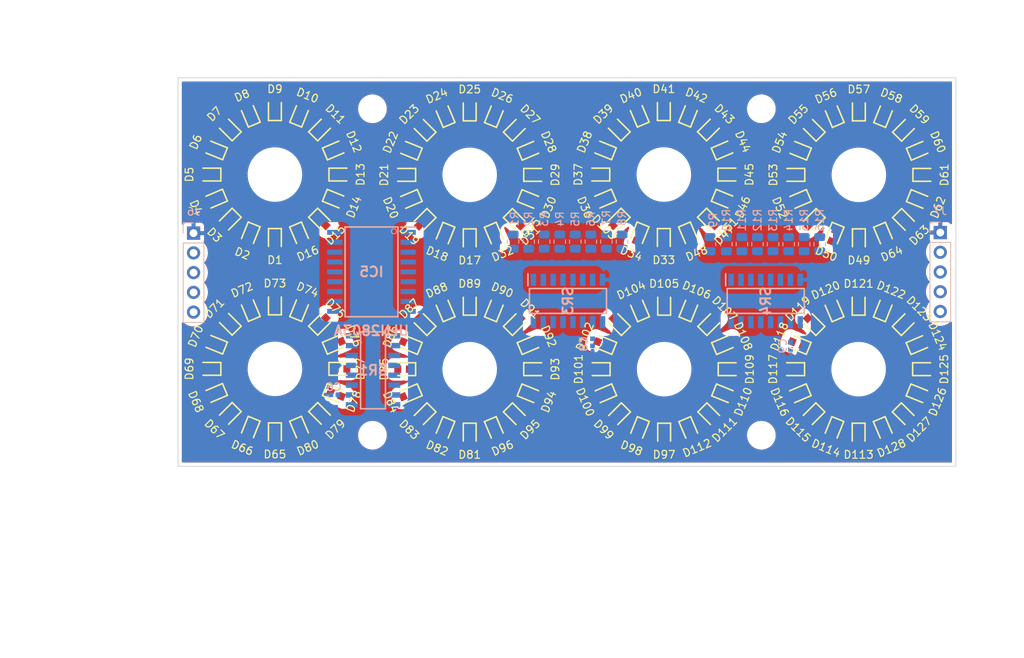
<source format=kicad_pcb>
(kicad_pcb (version 20221018) (generator pcbnew)
  (layers (0 "F.Cu" signal) (31 "B.Cu" signal) (34 "B.Paste" user) (35 "F.Paste" user) (36 "B.SilkS" user "B.Silkscreen") (37 "F.SilkS" user "F.Silkscreen") (38 "B.Mask" user) (39 "F.Mask" user) (44 "Edge.Cuts" user))
  (net 0 "")
  (net 1 "Net-(IC5-I1)")
  (net 2 "Net-(IC5-I2)")
  (net 3 "Net-(IC5-I3)")
  (net 4 "Net-(IC5-I4)")
  (net 5 "Net-(IC5-I5)")
  (net 6 "Net-(IC5-I6)")
  (net 7 "Net-(IC5-I7)")
  (net 8 "Net-(IC5-I8)")
  (net 9 "/GND")
  (net 10 "/VCC")
  (net 11 "Net-(D1-K)")
  (net 12 "Net-(D10-A)")
  (net 13 "Net-(D49-K)")
  (net 14 "Net-(D65-K)")
  (net 15 "Net-(D100-K)")
  (net 16 "Net-(D113-K)")
  (net 17 "Net-(SR1-QH')")
  (net 18 "/DOUT_SC")
  (net 19 "/DOUT_RC")
  (net 20 "/S0")
  (net 21 "Net-(SR3-QH')")
  (net 22 "Net-(D1-A)")
  (net 23 "Net-(D100-A)")
  (net 24 "Net-(D101-A)")
  (net 25 "Net-(D102-A)")
  (net 26 "Net-(D103-A)")
  (net 27 "Net-(D104-A)")
  (net 28 "Net-(D105-A)")
  (net 29 "Net-(D108-A)")
  (net 30 "Net-(D109-A)")
  (net 31 "Net-(D110-A)")
  (net 32 "Net-(D111-A)")
  (net 33 "Net-(D112-A)")
  (net 34 "Net-(SR3-QA)")
  (net 35 "Net-(SR3-QB)")
  (net 36 "Net-(SR3-QC)")
  (net 37 "Net-(SR3-QD)")
  (net 38 "Net-(SR3-QE)")
  (net 39 "Net-(SR3-QF)")
  (net 40 "Net-(SR3-QG)")
  (net 41 "Net-(SR3-QH)")
  (net 42 "Net-(SR4-QA)")
  (net 43 "Net-(SR4-QB)")
  (net 44 "Net-(SR4-QC)")
  (net 45 "Net-(SR4-QD)")
  (net 46 "Net-(SR4-QE)")
  (net 47 "Net-(SR4-QF)")
  (net 48 "Net-(SR4-QG)")
  (net 49 "Net-(SR4-QH)")
  (footprint "ksir 2022:LEDC1608X70N" (layer "F.Cu") (at 132.0104 92.4896 -45)
    (fp_text reference "D27" (at 0 -2.5 135) (layer "F.SilkS"))
    (fp_text value "LED" hide)
    (pad "1" smd rect (at 0 0.75 45) (size 0.9 0.95) (layers "F.Cu" "F.Paste" "F.Mask") (net 12 "Net-(D10-A)"))
    (pad "2" smd rect (at 0 -0.75 45) (size 0.9 0.95) (layers "F.Cu" "F.Paste" "F.Mask") (net 12 "Net-(D10-A)"))
  )
  (footprint "MountingHole:MountingHole_6.5mm" (layer "F.Cu") (at 126 98.5)
    (fp_text reference "H2" hide)
    (fp_text value "MountingHole" hide)
    (pad "" np_thru_hole circle (at 0 0) (size 6.5 6.5) (drill 6.5) (layers "*.Cu" "*.Mask"))
  )
  (footprint "ksir 2022:LEDC1608X70N" (layer "F.Cu") (at 104.2121 131.3122 -157)
    (fp_text reference "D80" (at 0 -2.5 23) (layer "F.SilkS"))
    (fp_text value "LED" hide)
    (pad "1" smd rect (at 0 0.75 293) (size 0.9 0.95) (layers "F.Cu" "F.Paste" "F.Mask") (net 14 "Net-(D65-K)"))
    (pad "2" smd rect (at 0 -0.75 293) (size 0.9 0.95) (layers "F.Cu" "F.Paste" "F.Mask") (net 33 "Net-(D112-A)"))
  )
  (footprint "ksir 2022:LEDC1608X70N" (layer "F.Cu") (at 154.2528 131.353 -157)
    (fp_text reference "D112" (at 0 -2.5 23) (layer "F.SilkS"))
    (fp_text value "LED" hide)
    (pad "1" smd rect (at 0 0.75 293) (size 0.9 0.95) (layers "F.Cu" "F.Paste" "F.Mask") (net 15 "Net-(D100-K)"))
    (pad "2" smd rect (at 0 -0.75 293) (size 0.9 0.95) (layers "F.Cu" "F.Paste" "F.Mask") (net 33 "Net-(D112-A)"))
  )
  (footprint "ksir 2022:LEDC1608X70N" (layer "F.Cu") (at 108.8122 126.7121 -112)
    (fp_text reference "D78" (at 0 -2.5 68) (layer "F.SilkS"))
    (fp_text value "LED" hide)
    (pad "1" smd rect (at 0 0.75 338) (size 0.9 0.95) (layers "F.Cu" "F.Paste" "F.Mask") (net 14 "Net-(D65-K)"))
    (pad "2" smd rect (at 0 -0.75 338) (size 0.9 0.95) (layers "F.Cu" "F.Paste" "F.Mask") (net 31 "Net-(D110-A)"))
  )
  (footprint "ksir 2022:LEDC1608X70N" (layer "F.Cu") (at 176.0342 90)
    (fp_text reference "D57" (at 0 -2.5) (layer "F.SilkS"))
    (fp_text value "LED" hide)
    (pad "1" smd rect (at 0 0.75 90) (size 0.9 0.95) (layers "F.Cu" "F.Paste" "F.Mask") (net 13 "Net-(D49-K)"))
    (pad "2" smd rect (at 0 -0.75 90) (size 0.9 0.95) (layers "F.Cu" "F.Paste" "F.Mask") (net 28 "Net-(D105-A)"))
  )
  (footprint "ksir 2022:LEDC1608X70N" (layer "F.Cu") (at 118.147 101.7528 113)
    (fp_text reference "D20" (at 0 -2.5 113) (layer "F.SilkS"))
    (fp_text value "LED" hide)
    (pad "1" smd rect (at 0 0.75 203) (size 0.9 0.95) (layers "F.Cu" "F.Paste" "F.Mask") (net 12 "Net-(D10-A)"))
    (pad "2" smd rect (at 0 -0.75 203) (size 0.9 0.95) (layers "F.Cu" "F.Paste" "F.Mask") (net 23 "Net-(D100-A)"))
  )
  (footprint "ksir 2022:LEDC1608X70N" (layer "F.Cu") (at 94.9489 129.4697 135)
    (fp_text reference "D67" (at 0 -2.5 135) (layer "F.SilkS"))
    (fp_text value "LED" hide)
    (pad "1" smd rect (at 0 0.75 225) (size 0.9 0.95) (layers "F.Cu" "F.Paste" "F.Mask") (net 14 "Net-(D65-K)"))
    (pad "2" smd rect (at 0 -0.75 225) (size 0.9 0.95) (layers "F.Cu" "F.Paste" "F.Mask") (net 12 "Net-(D10-A)"))
  )
  (footprint "ksir 2022:LEDC1608X70N" (layer "F.Cu") (at 144.9896 117.4896 45)
    (fp_text reference "D103" (at 7.476711 -9.863574 135) (layer "F.SilkS"))
    (fp_text value "LED" hide)
    (pad "1" smd rect (at 0 0.75 135) (size 0.9 0.95) (layers "F.Cu" "F.Paste" "F.Mask") (net 15 "Net-(D100-K)"))
    (pad "2" smd rect (at 0 -0.75 135) (size 0.9 0.95) (layers "F.Cu" "F.Paste" "F.Mask") (net 26 "Net-(D103-A)"))
  )
  (footprint "ksir 2022:LEDC1608X70N" (layer "F.Cu") (at 93.1063 95.2065 68)
    (fp_text reference "D6" (at 0 -2.5 68) (layer "F.SilkS"))
    (fp_text value "LED" hide)
    (pad "1" smd rect (at 0 0.75 158) (size 0.9 0.95) (layers "F.Cu" "F.Paste" "F.Mask") (net 11 "Net-(D1-K)"))
    (pad "2" smd rect (at 0 -0.75 158) (size 0.9 0.95) (layers "F.Cu" "F.Paste" "F.Mask") (net 25 "Net-(D102-A)"))
  )
  (footprint "ksir 2022:LEDC1608X70N" (layer "F.Cu") (at 97.7065 90.6063 23)
    (fp_text reference "D8" (at 0 -2.5 23) (layer "F.SilkS"))
    (fp_text value "LED" hide)
    (pad "1" smd rect (at 0 0.75 113) (size 0.9 0.95) (layers "F.Cu" "F.Paste" "F.Mask") (net 11 "Net-(D1-K)"))
    (pad "2" smd rect (at 0 -0.75 113) (size 0.9 0.95) (layers "F.Cu" "F.Paste" "F.Mask") (net 27 "Net-(D104-A)"))
  )
  (footprint "ksir 2022:LEDC1608X70N" (layer "F.Cu") (at 144.9489 104.4697 135)
    (fp_text reference "D35" (at 7.306015 -8.436208 225) (layer "F.SilkS"))
    (fp_text value "LED" hide)
    (pad "1" smd rect (at 0 0.75 225) (size 0.9 0.95) (layers "F.Cu" "F.Paste" "F.Mask") (net 12 "Net-(D10-A)"))
    (pad "2" smd rect (at 0 -0.75 225) (size 0.9 0.95) (layers "F.Cu" "F.Paste" "F.Mask") (net 12 "Net-(D10-A)"))
  )
  (footprint "ksir 2022:LEDC1608X70N" (layer "F.Cu") (at 106.9697 129.4697 -135)
    (fp_text reference "D79" (at 0 -2.5 45) (layer "F.SilkS"))
    (fp_text value "LED" hide)
    (pad "1" smd rect (at 0 0.75 315) (size 0.9 0.95) (layers "F.Cu" "F.Paste" "F.Mask") (net 14 "Net-(D65-K)"))
    (pad "2" smd rect (at 0 -0.75 315) (size 0.9 0.95) (layers "F.Cu" "F.Paste" "F.Mask") (net 32 "Net-(D111-A)"))
  )
  (footprint "ksir 2022:LEDC1608X70N" (layer "F.Cu") (at 106.9697 104.4697 -135)
    (fp_text reference "D15" (at 0 -2.5 45) (layer "F.SilkS"))
    (fp_text value "LED" hide)
    (pad "1" smd rect (at 0 0.75 315) (size 0.9 0.95) (layers "F.Cu" "F.Paste" "F.Mask") (net 11 "Net-(D1-K)"))
    (pad "2" smd rect (at 0 -0.75 315) (size 0.9 0.95) (layers "F.Cu" "F.Paste" "F.Mask") (net 32 "Net-(D111-A)"))
  )
  (footprint "ksir 2022:LEDC1608X70N" (layer "F.Cu") (at 126 90)
    (fp_text reference "D25" (at 0 -2.5) (layer "F.SilkS"))
    (fp_text value "LED" hide)
    (pad "1" smd rect (at 0 0.75 90) (size 0.9 0.95) (layers "F.Cu" "F.Paste" "F.Mask") (net 12 "Net-(D10-A)"))
    (pad "2" smd rect (at 0 -0.75 90) (size 0.9 0.95) (layers "F.Cu" "F.Paste" "F.Mask") (net 28 "Net-(D105-A)"))
  )
  (footprint "ksir 2022:LEDC1608X70N" (layer "F.Cu") (at 133.853 126.7528 -112)
    (fp_text reference "D94" (at 0 -2.5 68) (layer "F.SilkS"))
    (fp_text value "LED" hide)
    (pad "1" smd rect (at 0 0.75 338) (size 0.9 0.95) (layers "F.Cu" "F.Paste" "F.Mask") (net 12 "Net-(D10-A)"))
    (pad "2" smd rect (at 0 -0.75 338) (size 0.9 0.95) (layers "F.Cu" "F.Paste" "F.Mask") (net 31 "Net-(D110-A)"))
  )
  (footprint "ksir 2022:LEDC1608X70N" (layer "F.Cu") (at 168.147 120.2472 68)
    (fp_text reference "D118" (at 0 -2.5 68) (layer "F.SilkS"))
    (fp_text value "LED" hide)
    (pad "1" smd rect (at 0 0.75 158) (size 0.9 0.95) (layers "F.Cu" "F.Paste" "F.Mask") (net 16 "Net-(D113-K)"))
    (pad "2" smd rect (at 0 -0.75 158) (size 0.9 0.95) (layers "F.Cu" "F.Paste" "F.Mask") (net 25 "Net-(D102-A)"))
  )
  (footprint "ksir 2022:LEDC1608X70N" (layer "F.Cu") (at 179.2528 131.353 -157)
    (fp_text reference "D128" (at 0 -2.5 23) (layer "F.SilkS"))
    (fp_text value "LED" hide)
    (pad "1" smd rect (at 0 0.75 293) (size 0.9 0.95) (layers "F.Cu" "F.Paste" "F.Mask") (net 16 "Net-(D113-K)"))
    (pad "2" smd rect (at 0 -0.75 293) (size 0.9 0.95) (layers "F.Cu" "F.Paste" "F.Mask") (net 33 "Net-(D112-A)"))
  )
  (footprint "ksir 2022:LEDC1608X70N" (layer "F.Cu") (at 97.7065 106.3122 158)
    (fp_text reference "D2" (at 0 -2.5 158) (layer "F.SilkS"))
    (fp_text value "LED" hide)
    (pad "1" smd rect (at 0 0.75 248) (size 0.9 0.95) (layers "F.Cu" "F.Paste" "F.Mask") (net 11 "Net-(D1-K)"))
    (pad "2" smd rect (at 0 -0.75 248) (size 0.9 0.95) (layers "F.Cu" "F.Paste" "F.Mask") (net 12 "Net-(D10-A)"))
  )
  (footprint "ksir 2022:LEDC1608X70N" (layer "F.Cu") (at 122.7472 106.353 158)
    (fp_text reference "D18" (at 0 -2.5 158) (layer "F.SilkS"))
    (fp_text value "LED" hide)
    (pad "1" smd rect (at 0 0.75 248) (size 0.9 0.95) (layers "F.Cu" "F.Paste" "F.Mask") (net 12 "Net-(D10-A)"))
    (pad "2" smd rect (at 0 -0.75 248) (size 0.9 0.95) (layers "F.Cu" "F.Paste" "F.Mask") (net 12 "Net-(D10-A)"))
  )
  (footprint "ksir 2022:LEDC1608X70N" (layer "F.Cu") (at 168.147 126.7528 113)
    (fp_text reference "D116" (at 0 -2.5 113) (layer "F.SilkS"))
    (fp_text value "LED" hide)
    (pad "1" smd rect (at 0 0.75 203) (size 0.9 0.95) (layers "F.Cu" "F.Paste" "F.Mask") (net 16 "Net-(D113-K)"))
    (pad "2" smd rect (at 0 -0.75 203) (size 0.9 0.95) (layers "F.Cu" "F.Paste" "F.Mask") (net 23 "Net-(D100-A)"))
  )
  (footprint "ksir 2022:LEDC1608X70N" (layer "F.Cu") (at 182.0446 104.5104 -135)
    (fp_text reference "D63" (at 0 -2.5 45) (layer "F.SilkS"))
    (fp_text value "LED" hide)
    (pad "1" smd rect (at 0 0.75 315) (size 0.9 0.95) (layers "F.Cu" "F.Paste" "F.Mask") (net 13 "Net-(D49-K)"))
    (pad "2" smd rect (at 0 -0.75 315) (size 0.9 0.95) (layers "F.Cu" "F.Paste" "F.Mask") (net 32 "Net-(D111-A)"))
  )
  (footprint "ksir 2022:LEDC1608X70N" (layer "F.Cu") (at 118.147 95.2472 68)
    (fp_text reference "D22" (at 0 -2.5 68) (layer "F.SilkS"))
    (fp_text value "LED" hide)
    (pad "1" smd rect (at 0 0.75 158) (size 0.9 0.95) (layers "F.Cu" "F.Paste" "F.Mask") (net 12 "Net-(D10-A)"))
    (pad "2" smd rect (at 0 -0.75 158) (size 0.9 0.95) (layers "F.Cu" "F.Paste" "F.Mask") (net 25 "Net-(D102-A)"))
  )
  (footprint "MountingHole:MountingHole_6.5mm" (layer "F.Cu") (at 176.0342 98.5)
    (fp_text reference "H4" hide)
    (fp_text value "MountingHole" hide)
    (pad "" np_thru_hole circle (at 0 0) (size 6.5 6.5) (drill 6.5) (layers "*.Cu" "*.Mask"))
  )
  (footprint "ksir 2022:LEDC1608X70N" (layer "F.Cu") (at 144.9489 92.4489 45)
    (fp_text reference "D39" (at 0 -2.5 45) (layer "F.SilkS"))
    (fp_text value "LED" hide)
    (pad "1" smd rect (at 0 0.75 135) (size 0.9 0.95) (layers "F.Cu" "F.Paste" "F.Mask") (net 12 "Net-(D10-A)"))
    (pad "2" smd rect (at 0 -0.75 135) (size 0.9 0.95) (layers "F.Cu" "F.Paste" "F.Mask") (net 26 "Net-(D103-A)"))
  )
  (footprint "ksir 2022:LEDC1608X70N" (layer "F.Cu") (at 169.9896 129.5104 135)
    (fp_text reference "D115" (at 0 -2.5 135) (layer "F.SilkS"))
    (fp_text value "LED" hide)
    (pad "1" smd rect (at 0 0.75 225) (size 0.9 0.95) (layers "F.Cu" "F.Paste" "F.Mask") (net 16 "Net-(D113-K)"))
    (pad "2" smd rect (at 0 -0.75 225) (size 0.9 0.95) (layers "F.Cu" "F.Paste" "F.Mask") (net 12 "Net-(D10-A)"))
  )
  (footprint "ksir 2022:LEDC1608X70N" (layer "F.Cu") (at 133.853 95.2472 -67)
    (fp_text reference "D28" (at 0 -2.5 113) (layer "F.SilkS"))
    (fp_text value "LED" hide)
    (pad "1" smd rect (at 0 0.75 23) (size 0.9 0.95) (layers "F.Cu" "F.Paste" "F.Mask") (net 12 "Net-(D10-A)"))
    (pad "2" smd rect (at 0 -0.75 23) (size 0.9 0.95) (layers "F.Cu" "F.Paste" "F.Mask") (net 29 "Net-(D108-A)"))
  )
  (footprint "ksir 2022:LEDC1608X70N" (layer "F.Cu") (at 134.5 123.5 -90)
    (fp_text reference "D93" (at 0 -2.5 90) (layer "F.SilkS"))
    (fp_text value "LED" hide)
    (pad "1" smd rect (at 0 0.75) (size 0.9 0.95) (layers "F.Cu" "F.Paste" "F.Mask") (net 12 "Net-(D10-A)"))
    (pad "2" smd rect (at 0 -0.75) (size 0.9 0.95) (layers "F.Cu" "F.Paste" "F.Mask") (net 30 "Net-(D109-A)"))
  )
  (footprint "ksir 2022:LEDC1608X70N" (layer "F.Cu") (at 172.7814 106.353 158)
    (fp_text reference "D50" (at 0 -2.5 158) (layer "F.SilkS"))
    (fp_text value "LED" hide)
    (pad "1" smd rect (at 0 0.75 248) (size 0.9 0.95) (layers "F.Cu" "F.Paste" "F.Mask") (net 13 "Net-(D49-K)"))
    (pad "2" smd rect (at 0 -0.75 248) (size 0.9 0.95) (layers "F.Cu" "F.Paste" "F.Mask") (net 12 "Net-(D10-A)"))
  )
  (footprint "ksir 2022:LEDC1608X70N" (layer "F.Cu") (at 108.8122 120.2065 -67)
    (fp_text reference "D76" (at 0 -2.5 113) (layer "F.SilkS"))
    (fp_text value "LED" hide)
    (pad "1" smd rect (at 0 0.75 23) (size 0.9 0.95) (layers "F.Cu" "F.Paste" "F.Mask") (net 14 "Net-(D65-K)"))
    (pad "2" smd rect (at 0 -0.75 23) (size 0.9 0.95) (layers "F.Cu" "F.Paste" "F.Mask") (net 29 "Net-(D108-A)"))
  )
  (footprint "ksir 2022:LEDC1608X70N" (layer "F.Cu") (at 106.9697 117.4489 -45)
    (fp_text reference "D75" (at 0 -2.5 135) (layer "F.SilkS"))
    (fp_text value "LED" hide)
    (pad "1" smd rect (at 0 0.75 45) (size 0.9 0.95) (layers "F.Cu" "F.Paste" "F.Mask") (net 14 "Net-(D65-K)"))
    (pad "2" smd rect (at 0 -0.75 45) (size 0.9 0.95) (layers "F.Cu" "F.Paste" "F.Mask") (net 12 "Net-(D10-A)"))
  )
  (footprint "ksir 2022:LEDC1608X70N" (layer "F.Cu") (at 184.5 123.5 -90)
    (fp_text reference "D125" (at 0 -2.5 90) (layer "F.SilkS"))
    (fp_text value "LED" hide)
    (pad "1" smd rect (at 0 0.75) (size 0.9 0.95) (layers "F.Cu" "F.Paste" "F.Mask") (net 16 "Net-(D113-K)"))
    (pad "2" smd rect (at 0 -0.75) (size 0.9 0.95) (layers "F.Cu" "F.Paste" "F.Mask") (net 30 "Net-(D109-A)"))
  )
  (footprint "ksir 2022:LEDC1608X70N" (layer "F.Cu") (at 132.0104 104.5104 -135)
    (fp_text reference "D31" (at 0 -2.5 45) (layer "F.SilkS"))
    (fp_text value "LED" hide)
    (pad "1" smd rect (at 0 0.75 315) (size 0.9 0.95) (layers "F.Cu" "F.Paste" "F.Mask") (net 12 "Net-(D10-A)"))
    (pad "2" smd rect (at 0 -0.75 315) (size 0.9 0.95) (layers "F.Cu" "F.Paste" "F.Mask") (net 32 "Net-(D111-A)"))
  )
  (footprint "ksir 2022:LEDC1608X70N" (layer "F.Cu") (at 167.5 123.5 90)
    (fp_text reference "D117" (at 0 -2.5 90) (layer "F.SilkS"))
    (fp_text value "LED" hide)
    (pad "1" smd rect (at 0 0.75 180) (size 0.9 0.95) (layers "F.Cu" "F.Paste" "F.Mask") (net 16 "Net-(D113-K)"))
    (pad "2" smd rect (at 0 -0.75 180) (size 0.9 0.95) (layers "F.Cu" "F.Paste" "F.Mask") (net 24 "Net-(D101-A)"))
  )
  (footprint "ksir 2022:LEDC1608X70N" (layer "F.Cu") (at 168.1812 101.7528 113)
    (fp_text reference "D52" (at 0 -2.5 113) (layer "F.SilkS"))
    (fp_text value "LED" hide)
    (pad "1" smd rect (at 0 0.75 203) (size 0.9 0.95) (layers "F.Cu" "F.Paste" "F.Mask") (net 13 "Net-(D49-K)"))
    (pad "2" smd rect (at 0 -0.75 203) (size 0.9 0.95) (layers "F.Cu" "F.Paste" "F.Mask") (net 23 "Net-(D100-A)"))
  )
  (footprint "ksir 2022:LEDC1608X70N" (layer "F.Cu") (at 147.7065 106.3122 158)
    (fp_text reference "D34" (at 0 -2.5 158) (layer "F.SilkS"))
    (fp_text value "LED" hide)
    (pad "1" smd rect (at 0 0.75 248) (size 0.9 0.95) (layers "F.Cu" "F.Paste" "F.Mask") (net 12 "Net-(D10-A)"))
    (pad "2" smd rect (at 0 -0.75 248) (size 0.9 0.95) (layers "F.Cu" "F.Paste" "F.Mask") (net 12 "Net-(D10-A)"))
  )
  (footprint "ksir 2022:LEDC1608X70N" (layer "F.Cu") (at 157.0104 117.4896 -45)
    (fp_text reference "D107" (at 0 -2.5 135) (layer "F.SilkS"))
    (fp_text value "LED" hide)
    (pad "1" smd rect (at 0 0.75 45) (size 0.9 0.95) (layers "F.Cu" "F.Paste" "F.Mask") (net 15 "Net-(D100-K)"))
    (pad "2" smd rect (at 0 -0.75 45) (size 0.9 0.95) (layers "F.Cu" "F.Paste" "F.Mask") (net 12 "Net-(D10-A)"))
  )
  (footprint "ksir 2022:LEDC1608X70N" (layer "F.Cu") (at 100.9593 106.9593 180)
    (fp_text reference "D1" (at 0 -2.5) (layer "F.SilkS"))
    (fp_text value "LED" hide)
    (pad "1" smd rect (at 0 0.75 270) (size 0.9 0.95) (layers "F.Cu" "F.Paste" "F.Mask") (net 11 "Net-(D1-K)"))
    (pad "2" smd rect (at 0 -0.75 270) (size 0.9 0.95) (layers "F.Cu" "F.Paste" "F.Mask") (net 22 "Net-(D1-A)"))
  )
  (footprint "ksir 2022:LEDC1608X70N" (layer "F.Cu") (at 93.1063 126.7121 113)
    (fp_text reference "D68" (at 0 -2.5 113) (layer "F.SilkS"))
    (fp_text value "LED" hide)
    (pad "1" smd rect (at 0 0.75 203) (size 0.9 0.95) (layers "F.Cu" "F.Paste" "F.Mask") (net 14 "Net-(D65-K)"))
    (pad "2" smd rect (at 0 -0.75 203) (size 0.9 0.95) (layers "F.Cu" "F.Paste" "F.Mask") (net 23 "Net-(D100-A)"))
  )
  (footprint "ksir 2022:LEDC1608X70N" (layer "F.Cu") (at 150.9593 106.9593 180)
    (fp_text reference "D33" (at 0 -2.5) (layer "F.SilkS"))
    (fp_text value "LED" hide)
    (pad "1" smd rect (at 0 0.75 270) (size 0.9 0.95) (layers "F.Cu" "F.Paste" "F.Mask") (net 12 "Net-(D10-A)"))
    (pad "2" smd rect (at 0 -0.75 270) (size 0.9 0.95) (layers "F.Cu" "F.Paste" "F.Mask") (net 22 "Net-(D1-A)"))
  )
  (footprint "MountingHole:MountingHole_6.5mm" (layer "F.Cu") (at 176 123.5)
    (fp_text reference "H8" hide)
    (fp_text value "MountingHole" hide)
    (pad "" np_thru_hole circle (at 0 0) (size 6.5 6.5) (drill 6.5) (layers "*.Cu" "*.Mask"))
  )
  (footprint "ksir 2022:LEDC1608X70N" (layer "F.Cu") (at 143.147 126.7528 113)
    (fp_text reference "D100" (at 0 -2.5 113) (layer "F.SilkS"))
    (fp_text value "LED" hide)
    (pad "1" smd rect (at 0 0.75 203) (size 0.9 0.95) (layers "F.Cu" "F.Paste" "F.Mask") (net 15 "Net-(D100-K)"))
    (pad "2" smd rect (at 0 -0.75 203) (size 0.9 0.95) (layers "F.Cu" "F.Paste" "F.Mask") (net 23 "Net-(D100-A)"))
  )
  (footprint "MountingHole:MountingHole_6.5mm" (layer "F.Cu") (at 126 123.5)
    (fp_text reference "H6" hide)
    (fp_text value "MountingHole" hide)
    (pad "" np_thru_hole circle (at 0 0) (size 6.5 6.5) (drill 6.5) (layers "*.Cu" "*.Mask"))
  )
  (footprint "ksir 2022:LEDC1608X70N" (layer "F.Cu") (at 118.147 120.2472 68)
    (fp_text reference "D86" (at 0 -2.5 68) (layer "F.SilkS"))
    (fp_text value "LED" hide)
    (pad "1" smd rect (at 0 0.75 158) (size 0.9 0.95) (layers "F.Cu" "F.Paste" "F.Mask") (net 12 "Net-(D10-A)"))
    (pad "2" smd rect (at 0 -0.75 158) (size 0.9 0.95) (layers "F.Cu" "F.Paste" "F.Mask") (net 25 "Net-(D102-A)"))
  )
  (footprint "ksir 2022:LEDC1608X70N" (layer "F.Cu") (at 176.0342 107 180)
    (fp_text reference "D49" (at 0 -2.5) (layer "F.SilkS"))
    (fp_text value "LED" hide)
    (pad "1" smd rect (at 0 0.75 270) (size 0.9 0.95) (layers "F.Cu" "F.Paste" "F.Mask") (net 13 "Net-(D49-K)"))
    (pad "2" smd rect (at 0 -0.75 270) (size 0.9 0.95) (layers "F.Cu" "F.Paste" "F.Mask") (net 22 "Net-(D1-A)"))
  )
  (footprint "ksir 2022:LEDC1608X70N" (layer "F.Cu") (at 117.5 98.5 90)
    (fp_text reference "D21" (at 0 -2.5 90) (layer "F.SilkS"))
    (fp_text value "LED" hide)
    (pad "1" smd rect (at 0 0.75 180) (size 0.9 0.95) (layers "F.Cu" "F.Paste" "F.Mask") (net 12 "Net-(D10-A)"))
    (pad "2" smd rect (at 0 -0.75 180) (size 0.9 0.95) (layers "F.Cu" "F.Paste" "F.Mask") (net 24 "Net-(D101-A)"))
  )
  (footprint "ksir 2022:LEDC1608X70N" (layer "F.Cu") (at 94.9489 104.4697 135)
    (fp_text reference "D3" (at 0 -2.5 135) (layer "F.SilkS"))
    (fp_text value "LED" hide)
    (pad "1" smd rect (at 0 0.75 225) (size 0.9 0.95) (layers "F.Cu" "F.Paste" "F.Mask") (net 11 "Net-(D1-K)"))
    (pad "2" smd rect (at 0 -0.75 225) (size 0.9 0.95) (layers "F.Cu" "F.Paste" "F.Mask") (net 12 "Net-(D10-A)"))
  )
  (footprint "ksir 2022:LEDC1608X70N" (layer "F.Cu") (at 182.0104 129.5104 -135)
    (fp_text reference "D127" (at 0 -2.5 45) (layer "F.SilkS"))
    (fp_text value "LED" hide)
    (pad "1" smd rect (at 0 0.75 315) (size 0.9 0.95) (layers "F.Cu" "F.Paste" "F.Mask") (net 16 "Net-(D113-K)"))
    (pad "2" smd rect (at 0 -0.75 315) (size 0.9 0.95) (layers "F.Cu" "F.Paste" "F.Mask") (net 32 "Net-(D111-A)"))
  )
  (footprint "ksir 2022:LEDC1608X70N" (layer "F.Cu") (at 158.853 120.2472 -67)
    (fp_text reference "D108" (at 0 -2.5 113) (layer "F.SilkS"))
    (fp_text value "LED" hide)
    (pad "1" smd rect (at 0 0.75 23) (size 0.9 0.95) (layers "F.Cu" "F.Paste" "F.Mask") (net 15 "Net-(D100-K)"))
    (pad "2" smd rect (at 0 -0.75 23) (size 0.9 0.95) (layers "F.Cu" "F.Paste" "F.Mask") (net 29 "Net-(D108-A)"))
  )
  (footprint "ksir 2022:LEDC1608X70N" (layer "F.Cu") (at 104.2121 115.6063 -22)
    (fp_text reference "D74" (at 0 -2.5 158) (layer "F.SilkS"))
    (fp_text value "LED" hide)
    (pad "1" smd rect (at 0 0.75 68) (size 0.9 0.95) (layers "F.Cu" "F.Paste" "F.Mask") (net 14 "Net-(D65-K)"))
    (pad "2" smd rect (at 0 -0.75 68) (size 0.9 0.95) (layers "F.Cu" "F.Paste" "F.Mask") (net 12 "Net-(D10-A)"))
  )
  (footprint "ksir 2022:LEDC1608X70N" (layer "F.Cu") (at 94.9489 117.4489 45)
    (fp_text reference "D71" (at 0 -2.5 45) (layer "F.SilkS"))
    (fp_text value "LED" hide)
    (pad "1" smd rect (at 0 0.75 135) (size 0.9 0.95) (layers "F.Cu" "F.Paste" "F.Mask") (net 14 "Net-(D65-K)"))
    (pad "2" smd rect (at 0 -0.75 135) (size 0.9 0.95) (layers "F.Cu" "F.Paste" "F.Mask") (net 26 "Net-(D103-A)"))
  )
  (footprint "ksir 2022:LEDC1608X70N" (layer "F.Cu") (at 132.0104 129.5104 -135)
    (fp_text reference "D95" (at 0 -2.5 45) (layer "F.SilkS"))
    (fp_text value "LED" hide)
    (pad "1" smd rect (at 0 0.75 315) (size 0.9 0.95) (layers "F.Cu" "F.Paste" "F.Mask") (net 12 "Net-(D10-A)"))
    (pad "2" smd rect (at 0 -0.75 315) (size 0.9 0.95) (layers "F.Cu" "F.Paste" "F.Mask") (net 32 "Net-(D111-A)"))
  )
  (footprint "ksir 2022:LEDC1608X70N" (layer "F.Cu") (at 182.0446 92.4896 -45)
    (fp_text reference "D59" (at 0 -2.5 135) (layer "F.SilkS"))
    (fp_text value "LED" hide)
    (pad "1" smd rect (at 0 0.75 45) (size 0.9 0.95) (layers "F.Cu" "F.Paste" "F.Mask") (net 13 "Net-(D49-K)"))
    (pad "2" smd rect (at 0 -0.75 45) (size 0.9 0.95) (layers "F.Cu" "F.Paste" "F.Mask") (net 12 "Net-(D10-A)"))
  )
  (footprint "ksir 2022:LEDC1608X70N" (layer "F.Cu") (at 151 132 180)
    (fp_text reference "D97" (at 0 -2.5) (layer "F.SilkS"))
    (fp_text value "LED" hide)
    (pad "1" smd rect (at 0 0.75 270) (size 0.9 0.95) (layers "F.Cu" "F.Paste" "F.Mask") (net 15 "Net-(D100-K)"))
    (pad "2" smd rect (at 0 -0.75 270) (size 0.9 0.95) (layers "F.Cu" "F.Paste" "F.Mask") (net 22 "Net-(D1-A)"))
  )
  (footprint "ksir 2022:LEDC1608X70N" (layer "F.Cu") (at 154.2121 90.6063 -22)
    (fp_text reference "D42" (at 0 -2.5 158) (layer "F.SilkS"))
    (fp_text value "LED" hide)
    (pad "1" smd rect (at 0 0.75 68) (size 0.9 0.95) (layers "F.Cu" "F.Paste" "F.Mask") (net 12 "Net-(D10-A)"))
    (pad "2" smd rect (at 0 -0.75 68) (size 0.9 0.95) (layers "F.Cu" "F.Paste" "F.Mask") (net 12 "Net-(D10-A)"))
  )
  (footprint "ksir 2022:LEDC1608X70N" (layer "F.Cu") (at 106.9697 92.4489 -45)
    (fp_text reference "D11" (at 0 -2.5 135) (layer "F.SilkS"))
    (fp_text value "LED" hide)
    (pad "1" smd rect (at 0 0.75 45) (size 0.9 0.95) (layers "F.Cu" "F.Paste" "F.Mask") (net 11 "Net-(D1-K)"))
    (pad "2" smd rect (at 0 -0.75 45) (size 0.9 0.95) (layers "F.Cu" "F.Paste" "F.Mask") (net 12 "Net-(D10-A)"))
  )
  (footprint "ksir 2022:LEDC1608X70N" (layer "F.Cu") (at 179.2528 115.647 -22)
    (fp_text reference "D122" (at 0 -2.5 158) (layer "F.SilkS"))
    (fp_text value "LED" hide)
    (pad "1" smd rect (at 0 0.75 68) (size 0.9 0.95) (layers "F.Cu" "F.Paste" "F.Mask") (net 16 "Net-(D113-K)"))
    (pad "2" smd rect (at 0 -0.75 68) (size 0.9 0.95) (layers "F.Cu" "F.Paste" "F.Mask") (net 12 "Net-(D10-A)"))
  )
  (footprint "ksir 2022:LEDC1608X70N" (layer "F.Cu") (at 129.2528 106.353 -157)
    (fp_text reference "D32" (at 0 -2.5 23) (layer "F.SilkS"))
    (fp_text value "LED" hide)
    (pad "1" smd rect (at 0 0.75 293) (size 0.9 0.95) (layers "F.Cu" "F.Paste" "F.Mask") (net 12 "Net-(D10-A)"))
    (pad "2" smd rect (at 0 -0.75 293) (size 0.9 0.95) (layers "F.Cu" "F.Paste" "F.Mask") (net 33 "Net-(D112-A)"))
  )
  (footprint "ksir 2022:LEDC1608X70N" (layer "F.Cu") (at 119.9896 129.5104 135)
    (fp_text reference "D83" (at 0 -2.5 135) (layer "F.SilkS"))
    (fp_text value "LED" hide)
    (pad "1" smd rect (at 0 0.75 225) (size 0.9 0.95) (layers "F.Cu" "F.Paste" "F.Mask") (net 12 "Net-(D10-A)"))
    (pad "2" smd rect (at 0 -0.75 225) (size 0.9 0.95) (layers "F.Cu" "F.Paste" "F.Mask") (net 12 "Net-(D10-A)"))
  )
  (footprint "ksir 2022:LEDC1608X70N" (layer "F.Cu") (at 93.1063 120.2065 68)
    (fp_text reference "D70" (at 0 -2.5 68) (layer "F.SilkS"))
    (fp_text value "LED" hide)
    (pad "1" smd rect (at 0 0.75 158) (size 0.9 0.95) (layers "F.Cu" "F.Paste" "F.Mask") (net 14 "Net-(D65-K)"))
    (pad "2" smd rect (at 0 -0.75 158) (size 0.9 0.95) (layers "F.Cu" "F.Paste" "F.Mask") (net 25 "Net-(D102-A)"))
  )
  (footprint "ksir 2022:LEDC1608X70N" (layer "F.Cu") (at 168.1812 95.2472 68)
    (fp_text reference "D54" (at 0 -2.5 68) (layer "F.SilkS"))
    (fp_text value "LED" hide)
    (pad "1" smd rect (at 0 0.75 158) (size 0.9 0.95) (layers "F.Cu" "F.Paste" "F.Mask") (net 13 "Net-(D49-K)"))
    (pad "2" smd rect (at 0 -0.75 158) (size 0.9 0.95) (layers "F.Cu" "F.Paste" "F.Mask") (net 25 "Net-(D102-A)"))
  )
  (footprint "ksir 2022:LEDC1608X70N" (layer "F.Cu") (at 109.4593 98.4593 -90)
    (fp_text reference "D13" (at 0 -2.5 90) (layer "F.SilkS"))
    (fp_text value "LED" hide)
    (pad "1" smd rect (at 0 0.75) (size 0.9 0.95) (layers "F.Cu" "F.Paste" "F.Mask") (net 11 "Net-(D1-K)"))
    (pad "2" smd rect (at 0 -0.75) (size 0.9 0.95) (layers "F.Cu" "F.Paste" "F.Mask") (net 30 "Net-(D109-A)"))
  )
  (footprint "MountingHole:MountingHole_3.2mm_M3" (layer "F.Cu") (at 113.5 132)
    (fp_text reference "H11" hide)
    (fp_text value "MountingHole" hide)
    (pad "" np_thru_hole circle (at 0 0) (size 3.2 3.2) (drill 3.2) (layers "*.Cu" "*.Mask"))
  )
  (footprint "ksir 2022:LEDC1608X70N" (layer "F.Cu") (at 117.5 123.5 90)
    (fp_text reference "D85" (at 0 -2.5 90) (layer "F.SilkS"))
    (fp_text value "LED" hide)
    (pad "1" smd rect (at 0 0.75 180) (size 0.9 0.95) (layers "F.Cu" "F.Paste" "F.Mask") (net 12 "Net-(D10-A)"))
    (pad "2" smd rect (at 0 -0.75 180) (size 0.9 0.95) (layers "F.Cu" "F.Paste" "F.Mask") (net 24 "Net-(D101-A)"))
  )
  (footprint "ksir 2022:LEDC1608X70N" (layer "F.Cu") (at 143.147 120.2472 68)
    (fp_text reference "D102" (at 0 -2.5 68) (layer "F.SilkS"))
    (fp_text value "LED" hide)
    (pad "1" smd rect (at 0 0.75 158) (size 0.9 0.95) (layers "F.Cu" "F.Paste" "F.Mask") (net 15 "Net-(D100-K)"))
    (pad "2" smd rect (at 0 -0.75 158) (size 0.9 0.95) (layers "F.Cu" "F.Paste" "F.Mask") (net 25 "Net-(D102-A)"))
  )
  (footprint "ksir 2022:LEDC1608X70N" (layer "F.Cu") (at 129.2528 131.353 -157)
    (fp_text reference "D96" (at 0 -2.5 23) (layer "F.SilkS"))
    (fp_text value "LED" hide)
    (pad "1" smd rect (at 0 0.75 293) (size 0.9 0.95) (layers "F.Cu" "F.Paste" "F.Mask") (net 12 "Net-(D10-A)"))
    (pad "2" smd rect (at 0 -0.75 293) (size 0.9 0.95) (layers "F.Cu" "F.Paste" "F.Mask") (net 33 "Net-(D112-A)"))
  )
  (footprint "ksir 2022:LEDC1608X70N" (layer "F.Cu") (at 158.8122 95.2065 -67)
    (fp_text reference "D44" (at 0 -2.5 113) (layer "F.SilkS"))
    (fp_text value "LED" hide)
    (pad "1" smd rect (at 0 0.75 23) (size 0.9 0.95) (layers "F.Cu" "F.Paste" "F.Mask") (net 12 "Net-(D10-A)"))
    (pad "2" smd rect (at 0 -0.75 23) (size 0.9 0.95) (layers "F.Cu" "F.Paste" "F.Mask") (net 29 "Net-(D108-A)"))
  )
  (footprint "ksir 2022:LEDC1608X70N" (layer "F.Cu") (at 143.1063 95.2065 68)
    (fp_text reference "D38" (at 0 -2.5 68) (layer "F.SilkS"))
    (fp_text value "LED" hide)
    (pad "1" smd rect (at 0 0.75 158) (size 0.9 0.95) (layers "F.Cu" "F.Paste" "F.Mask") (net 12 "Net-(D10-A)"))
    (pad "2" smd rect (at 0 -0.75 158) (size 0.9 0.95) (layers "F.Cu" "F.Paste" "F.Mask") (net 25 "Net-(D102-A)"))
  )
  (footprint "ksir 2022:LEDC1608X70N" (layer "F.Cu") (at 104.2121 90.6063 -22)
    (fp_text reference "D10" (at 0 -2.5 158) (layer "F.SilkS"))
    (fp_text value "LED" hide)
    (pad "1" smd rect (at 0 0.75 68) (size 0.9 0.95) (layers "F.Cu" "F.Paste" "F.Mask") (net 11 "Net-(D1-K)"))
    (pad "2" smd rect (at 0 -0.75 68) (size 0.9 0.95) (layers "F.Cu" "F.Paste" "F.Mask") (net 12 "Net-(D10-A)"))
  )
  (footprint "ksir 2022:LEDC1608X70N" (layer "F.Cu") (at 104.2121 106.3122 -157)
    (fp_text reference "D16" (at 0 -2.5 23) (layer "F.SilkS"))
    (fp_text value "LED" hide)
    (pad "1" smd rect (at 0 0.75 293) (size 0.9 0.95) (layers "F.Cu" "F.Paste" "F.Mask") (net 11 "Net-(D1-K)"))
    (pad "2" smd rect (at 0 -0.75 293) (size 0.9 0.95) (layers "F.Cu" "F.Paste" "F.Mask") (net 33 "Net-(D112-A)"))
  )
  (footprint "ksir 2022:LEDC1608X70N" (layer "F.Cu") (at 150.9593 89.9593)
    (fp_text reference "D41" (at 0 -2.5) (layer "F.SilkS"))
    (fp_text value "LED" hide)
    (pad "1" smd rect (at 0 0.75 90) (size 0.9 0.95) (layers "F.Cu" "F.Paste" "F.Mask") (net 12 "Net-(D10-A)"))
    (pad "2" smd rect (at 0 -0.75 90) (size 0.9 0.95) (layers "F.Cu" "F.Paste" "F.Mask") (net 28 "Net-(D105-A)"))
  )
  (footprint "MountingHole:MountingHole_6.5mm" (layer "F.Cu") (at 100.9593 123.4593)
    (fp_text reference "H5" hide)
    (fp_text value "MountingHole" hide)
    (pad "" np_thru_hole circle (at 0 0) (size 6.5 6.5) (drill 6.5) (layers "*.Cu" "*.Mask"))
  )
  (footprint "ksir 2022:LEDC1608X70N" (layer "F.Cu") (at 182.0104 117.4896 -45)
    (fp_text reference "D123" (at 0 -2.5 135) (layer "F.SilkS"))
    (fp_text value "LED" hide)
    (pad "1" smd rect (at 0 0.75 45) (size 0.9 0.95) (layers "F.Cu" "F.Paste" "F.Mask") (net 16 "Net-(D113-K)"))
    (pad "2" smd rect (at 0 -0.75 45) (size 0.9 0.95) (layers "F.Cu" "F.Paste" "F.Mask") (net 12 "Net-(D10-A)"))
  )
  (footprint "ksir 2022:LEDC1608X70N" (layer "F.Cu") (at 158.853 126.7528 -112)
    (fp_text reference "D110" (at 0 -2.5 68) (layer "F.SilkS"))
    (fp_text value "LED" hide)
    (pad "1" smd rect (at 0 0.75 338) (size 0.9 0.95) (layers "F.Cu" "F.Paste" "F.Mask") (net 15 "Net-(D100-K)"))
    (pad "2" smd rect (at 0 -0.75 338) (size 0.9 0.95) (layers "F.Cu" "F.Paste" "F.Mask") (net 31 "Net-(D110-A)"))
  )
  (footprint "ksir 2022:LEDC1608X70N" (layer "F.Cu") (at 154.2528 115.647 -22)
    (fp_text reference "D106" (at 0 -2.5 158) (layer "F.SilkS"))
    (fp_text value "LED" hide)
    (pad "1" smd rect (at 0 0.75 68) (size 0.9 0.95) (layers "F.Cu" "F.Paste" "F.Mask") (net 15 "Net-(D100-K)"))
    (pad "2" smd rect (at 0 -0.75 68) (size 0.9 0.95) (layers "F.Cu" "F.Paste" "F.Mask") (net 12 "Net-(D10-A)"))
  )
  (footprint "ksir 2022:LEDC1608X70N" (layer "F.Cu") (at 122.7472 131.353 158)
    (fp_text reference "D82" (at 0 -2.5 158) (layer "F.SilkS"))
    (fp_text value "LED" hide)
    (pad "1" smd rect (at 0 0.75 248) (size 0.9 0.95) (layers "F.Cu" "F.Paste" "F.Mask") (net 12 "Net-(D10-A)"))
    (pad "2" smd rect (at 0 -0.75 248) (size 0.9 0.95) (layers "F.Cu" "F.Paste" "F.Mask") (net 12 "Net-(D10-A)"))
  )
  (footprint "ksir 2022:LEDC1608X70N" (layer "F.Cu") (at 156.9697 104.4697 -135)
    (fp_text reference "D47" (at 0 -2.5 45) (layer "F.SilkS"))
    (fp_text value "LED" hide)
    (pad "1" smd rect (at 0 0.75 315) (size 0.9 0.95) (layers "F.Cu" "F.Paste" "F.Mask") (net 12 "Net-(D10-A)"))
    (pad "2" smd rect (at 0 -0.75 315) (size 0.9 0.95) (layers "F.Cu" "F.Paste" "F.Mask") (net 32 "Net-(D111-A)"))
  )
  (footprint "ksir 2022:LEDC1608X70N" (layer "F.Cu") (at 97.7065 131.3122 158)
    (fp_text reference "D66" (at 0 -2.5 158) (layer "F.SilkS"))
    (fp_text value "LED" hide)
    (pad "1" smd rect (at 0 0.75 248) (size 0.9 0.95) (layers "F.Cu" "F.Paste" "F.Mask") (net 14 "Net-(D65-K)"))
    (pad "2" smd rect (at 0 -0.75 248) (size 0.9 0.95) (layers "F.Cu" "F.Paste" "F.Mask") (net 12 "Net-(D10-A)"))
  )
  (footprint "ksir 2022:LEDC1608X70N" (layer "F.Cu") (at 176 115)
    (fp_text reference "D121" (at 0 -2.5) (layer "F.SilkS"))
    (fp_text value "LED" hide)
    (pad "1" smd rect (at 0 0.75 90) (size 0.9 0.95) (layers "F.Cu" "F.Paste" "F.Mask") (net 16 "Net-(D113-K)"))
    (pad "2" smd rect (at 0 -0.75 90) (size 0.9 0.95) (layers "F.Cu" "F.Paste" "F.Mask") (net 28 "Net-(D105-A)"))
  )
  (footprint "ksir 2022:LEDC1608X70N" (layer "F.Cu") (at 100.9593 131.9593 180)
    (fp_text reference "D65" (at 0 -2.5) (layer "F.SilkS"))
    (fp_text value "LED" hide)
    (pad "1" smd rect (at 0 0.75 270) (size 0.9 0.95) (layers "F.Cu" "F.Paste" "F.Mask") (net 14 "Net-(D65-K)"))
    (pad "2" smd rect (at 0 -0.75 270) (size 0.9 0.95) (layers "F.Cu" "F.Paste" "F.Mask") (net 22 "Net-(D1-A)"))
  )
  (footprint "ksir 2022:LEDC1608X70N" (layer "F.Cu") (at 151 115)
    (fp_text reference "D105" (at 0 -2.5) (layer "F.SilkS"))
    (fp_text value "LED" hide)
    (pad "1" smd rect (at 0 0.75 90) (size 0.9 0.95) (layers "F.Cu" "F.Paste" "F.Mask") (net 15 "Net-(D100-K)"))
    (pad "2" smd rect (at 0 -0.75 90) (size 0.9 0.95) (layers "F.Cu" "F.Paste" "F.Mask") (net 28 "Net-(D105-A)"))
  )
  (footprint "MountingHole:MountingHole_6.5mm" (layer "F.Cu") (at 150.9593 98.4593)
    (fp_text reference "H3" hide)
    (fp_text value "MountingHole" hide)
    (pad "" np_thru_hole circle (at 0 0) (size 6.5 6.5) (drill 6.5) (layers "*.Cu" "*.Mask"))
  )
  (footprint "ksir 2022:LEDC1608X70N" (layer "F.Cu") (at 133.853 120.2472 -67)
    (fp_text reference "D92" (at 0 -2.5 113) (layer "F.SilkS"))
    (fp_text value "LED" hide)
    (pad "1" smd rect (at 0 0.75 23) (size 0.9 0.95) (layers "F.Cu" "F.Paste" "F.Mask") (net 12 "Net-(D10-A)"))
    (pad "2" smd rect (at 0 -0.75 23) (size 0.9 0.95) (layers "F.Cu" "F.Paste" "F.Mask") (net 29 "Net-(D108-A)"))
  )
  (footprint "ksir 2022:LEDC1608X70N" (layer "F.Cu") (at 133.853 101.7528 -112)
    (fp_text reference "D30" (at 0 -2.5 68) (layer "F.SilkS"))
    (fp_text value "LED" hide)
    (pad "1" smd rect (at 0 0.75 338) (size 0.9 0.95) (layers "F.Cu" "F.Paste" "F.Mask") (net 12 "Net-(D10-A)"))
    (pad "2" smd rect (at 0 -0.75 338) (size 0.9 0.95) (layers "F.Cu" "F.Paste" "F.Mask") (net 31 "Net-(D110-A)"))
  )
  (footprint "ksir 2022:LEDC1608X70N" (layer "F.Cu") (at 147.7472 131.353 158)
    (fp_text reference "D98" (at 0 -2.5 158) (layer "F.SilkS"))
    (fp_text value "LED" hide)
    (pad "1" smd rect (at 0 0.75 248) (size 0.9 0.95) (layers "F.Cu" "F.Paste" "F.Mask") (net 15 "Net-(D100-K)"))
    (pad "2" smd rect (at 0 -0.75 248) (size 0.9 0.95) (layers "F.Cu" "F.Paste" "F.Mask") (net 12 "Net-(D10-A)"))
  )
  (footprint "ksir 2022:LEDC1608X70N" (layer "F.Cu") (at 183.853 120.2472 -67)
    (fp_text reference "D124" (at 0 -2.5 113) (layer "F.SilkS"))
    (fp_text value "LED" hide)
    (pad "1" smd rect (at 0 0.75 23) (size 0.9 0.95) (layers "F.Cu" "F.Paste" "F.Mask") (net 16 "Net-(D113-K)"))
    (pad "2" smd rect (at 0 -0.75 23) (size 0.9 0.95) (layers "F.Cu" "F.Paste" "F.Mask") (net 29 "Net-(D108-A)"))
  )
  (footprint "ksir 2022:LEDC1608X70N" (layer "F.Cu") (at 119.9896 92.4896 45)
    (fp_text reference "D23" (at 0 -2.5 45) (layer "F.SilkS"))
    (fp_text value "LED" hide)
    (pad "1" smd rect (at 0 0.75 135) (size 0.9 0.95) (layers "F.Cu" "F.Paste" "F.Mask") (net 12 "Net-(D10-A)"))
    (pad "2" smd rect (at 0 -0.75 135) (size 0.9 0.95) (layers "F.Cu" "F.Paste" "F.Mask") (net 26 "Net-(D103-A)"))
  )
  (footprint "ksir 2022:LEDC1608X70N" (layer "F.Cu") (at 172.7814 90.647 23)
    (fp_text reference "D56" (at 0 -2.5 23) (layer "F.SilkS"))
    (fp_text value "LED" hide)
    (pad "1" smd rect (at 0 0.75 113) (size 0.9 0.95) (layers "F.Cu" "F.Paste" "F.Mask") (net 13 "Net-(D49-K)"))
    (pad "2" smd rect (at 0 -0.75 113) (size 0.9 0.95) (layers "F.Cu" "F.Paste" "F.Mask") (net 27 "Net-(D104-A)"))
  )
  (footprint "ksir 2022:LEDC1608X70N" (layer "F.Cu") (at 170.0238 104.5104 135)
    (fp_text reference "D51" (at 7.107884 -8.145304 225) (layer "F.SilkS"))
    (fp_text value "LED" hide)
    (pad "1" smd rect (at 0 0.75 225) (size 0.9 0.95) (layers "F.Cu" "F.Paste" "F.Mask") (net 13 "Net-(D49-K)"))
    (pad "2" smd rect (at 0 -0.75 225) (size 0.9 0.95) (layers "F.Cu" "F.Paste" "F.Mask") (net 12 "Net-(D10-A)"))
  )
  (footprint "ksir 2022:LEDC1608X70N" (layer "F.Cu") (at 143.1063 101.7121 113)
    (fp_text reference "D36" (at 0 -2.5 113) (layer "F.SilkS"))
    (fp_text value "LED" hide)
    (pad "1" smd rect (at 0 0.75 203) (size 0.9 0.95) (layers "F.Cu" "F.Paste" "F.Mask") (net 12 "Net-(D10-A)"))
    (pad "2" smd rect (at 0 -0.75 203) (size 0.9 0.95) (layers "F.Cu" "F.Paste" "F.Mask") (net 23 "Net-(D100-A)"))
  )
  (footprint "ksir 2022:LEDC1608X70N" (layer "F.Cu") (at 92.4593 123.4593 90)
    (fp_text reference "D69" (at 0 -2.5 90) (layer "F.SilkS"))
    (fp_text value "LED" hide)
    (pad "1" smd rect (at 0 0.75 180) (size 0.9 0.95) (layers "F.Cu" "F.Paste" "F.Mask") (net 14 "Net-(D65-K)"))
    (pad "2" smd rect (at 0 -0.75 180) (size 0.9 0.95) (layers "F.Cu" "F.Paste" "F.Mask") (net 24 "Net-(D101-A)"))
  )
  (footprint "ksir 2022:LEDC1608X70N" (layer "F.Cu") (at 159.4593 98.4593 -90)
    (fp_text reference "D45" (at 0 -2.5 90) (layer "F.SilkS"))
    (fp_text value "LED" hide)
    (pad "1" smd rect (at 0 0.75) (size 0.9 0.95) (layers "F.Cu" "F.Paste" "F.Mask") (net 12 "Net-(D10-A)"))
    (pad "2" smd rect (at 0 -0.75) (size 0.9 0.95) (layers "F.Cu" "F.Paste" "F.Mask") (net 30 "Net-(D109-A)"))
  )
  (footprint "ksir 2022:LEDC1608X70N" (layer "F.Cu") (at 170.0238 92.4896 45)
    (fp_text reference "D55" (at 0 -2.5 45) (layer "F.SilkS"))
    (fp_text value "LED" hide)
    (pad "1" smd rect (at 0 0.75 135) (size 0.9 0.95) (layers "F.Cu" "F.Paste" "F.Mask") (net 13 "Net-(D49-K)"))
    (pad "2" smd rect (at 0 -0.75 135) (size 0.9 0.95) (layers "F.Cu" "F.Paste" "F.Mask") (net 26 "Net-(D103-A)"))
  )
  (footprint "ksir 2022:LEDC1608X70N" (layer "F.Cu") (at 108.8122 101.7121 -112)
    (fp_text reference "D14" (at 0 -2.5 68) (layer "F.SilkS"))
    (fp_text value "LED" hide)
    (pad "1" smd rect (at 0 0.75 338) (size 0.9 0.95) (layers "F.Cu" "F.Paste" "F.Mask") (net 11 "Net-(D1-K)"))
    (pad "2" smd rect (at 0 -0.75 338) (size 0.9 0.95) (layers "F.Cu" "F.Paste" "F.Mask") (net 31 "Net-(D110-A)"))
  )
  (footprint "ksir 2022:LEDC1608X70N" (layer "F.Cu") (at 184.5342 98.5 -90)
    (fp_text reference "D61" (at 0 -2.5 90) (layer "F.SilkS"))
    (fp_text value "LED" hide)
    (pad "1" smd rect (at 0 0.75) (size 0.9 0.95) (layers "F.Cu" "F.Paste" "F.Mask") (net 13 "Net-(D49-K)"))
    (pad "2" smd rect (at 0 -0.75) (size 0.9 0.95) (layers "F.Cu" "F.Paste" "F.Mask") (net 30 "Net-(D109-A)"))
  )
  (footprint "ksir 2022:LEDC1608X70N" (layer "F.Cu") (at 144.9896 129.5104 135)
    (fp_text reference "D99" (at 0 -2.5 135) (layer "F.SilkS"))
    (fp_text value "LED" hide)
    (pad "1" smd rect (at 0 0.75 225) (size 0.9 0.95) (layers "F.Cu" "F.Paste" "F.Mask") (net 15 "Net-(D100-K)"))
    (pad "2" smd rect (at 0 -0.75 225) (size 0.9 0.95) (layers "F.Cu" "F.Paste" "F.Mask") (net 12 "Net-(D10-A)"))
  )
  (footprint "ksir 2022:LEDC1608X70N" (layer "F.Cu") (at 159.5 123.5 -90)
    (fp_text reference "D109" (at 0 -2.5 90) (layer "F.SilkS"))
    (fp_text value "LED" hide)
    (pad "1" smd rect (at 0 0.75) (size 0.9 0.95) (layers "F.Cu" "F.Paste" "F.Mask") (net 15 "Net-(D100-K)"))
    (pad "2" smd rect (at 0 -0.75) (size 0.9 0.95) (layers "F.Cu" "F.Paste" "F.Mask") (net 30 "Net-(D109-A)"))
  )
  (footprint "ksir 2022:LEDC1608X70N" (layer "F.Cu") (at 154.2121 106.3122 -157)
    (fp_text reference "D48" (at 0 -2.5 23) (layer "F.SilkS"))
    (fp_text value "LED" hide)
    (pad "1" smd rect (at 0 0.75 293) (size 0.9 0.95) (layers "F.Cu" "F.Paste" "F.Mask") (net 12 "Net-(D10-A)"))
    (pad "2" smd rect (at 0 -0.75 293) (size 0.9 0.95) (layers "F.Cu" "F.Paste" "F.Mask") (net 33 "Net-(D112-A)"))
  )
  (footprint "ksir 2022:LEDC1608X70N" (layer "F.Cu") (at 100.9593 89.9593)
    (fp_text reference "D9" (at 0 -2.5) (layer "F.SilkS"))
    (fp_text value "LED" hide)
    (pad "1" smd rect (at 0 0.75 90) (size 0.9 0.95) (layers "F.Cu" "F.Paste" "F.Mask") (net 11 "Net-(D1-K)"))
    (pad "2" smd rect (at 0 -0.75 90) (size 0.9 0.95) (layers "F.Cu" "F.Paste" "F.Mask") (net 28 "Net-(D105-A)"))
  )
  (footprint "ksir 2022:LEDC1608X70N" (layer "F.Cu") (at 119.9896 104.5104 135)
    (fp_text reference "D19" (at 0 -2.5 135) (layer "F.SilkS"))
    (fp_text value "LED" hide)
    (pad "1" smd rect (at 0 0.75 225) (size 0.9 0.95) (layers "F.Cu" "F.Paste" "F.Mask") (net 12 "Net-(D10-A)"))
    (pad "2" smd rect (at 0 -0.75 225) (size 0.9 0.95) (layers "F.Cu" "F.Paste" "F.Mask") (net 12 "Net-(D10-A)"))
  )
  (footprint "ksir 2022:LEDC1608X70N" (layer "F.Cu") (at 183.853 126.7528 -112)
    (fp_text reference "D126" (at 0 -2.5 68) (layer "F.SilkS"))
    (fp_text value "LED" hide)
    (pad "1" smd rect (at 0 0.75 338) (size 0.9 0.95) (layers "F.Cu" "F.Paste" "F.Mask") (net 16 "Net-(D113-K)"))
    (pad "2" smd rect (at 0 -0.75 338) (size 0.9 0.95) (layers "F.Cu" "F.Paste" "F.Mask") (net 31 "Net-(D110-A)"))
  )
  (footprint "ksir 2022:LEDC1608X70N" (layer "F.Cu") (at 172.7472 131.353 158)
    (fp_text reference "D114" (at 0 -2.5 158) (layer "F.SilkS"))
    (fp_text value "LED" hide)
    (pad "1" smd rect (at 0 0.75 248) (size 0.9 0.95) (layers "F.Cu" "F.Paste" "F.Mask") (net 16 "Net-(D113-K)"))
    (pad "2" smd rect (at 0 -0.75 248) (size 0.9 0.95) (layers "F.Cu" "F.Paste" "F.Mask") (net 12 "Net-(D10-A)"))
  )
  (footprint "ksir 2022:LEDC1608X70N" (layer "F.Cu") (at 169.9896 117.4896 45)
    (fp_text reference "D119" (at 0 -2.5 45) (layer "F.SilkS"))
    (fp_text value "LED" hide)
    (pad "1" smd rect (at 0 0.75 135) (size 0.9 0.95) (layers "F.Cu" "F.Paste" "F.Mask") (net 16 "Net-(D113-K)"))
    (pad "2" smd rect (at 0 -0.75 135) (size 0.9 0.95) (layers "F.Cu" "F.Paste" "F.Mask") (net 26 "Net-(D103-A)"))
  )
  (footprint "ksir 2022:LEDC1608X70N" (layer "F.Cu") (at 142.5 123.5 90)
    (fp_text reference "D101" (at 0 -2.5 90) (layer "F.SilkS"))
    (fp_text value "LED" hide)
    (pad "1" smd rect (at 0 0.75 180) (size 0.9 0.95) (layers "F.Cu" "F.Paste" "F.Mask") (net 15 "Net-(D100-K)"))
    (pad "2" smd rect (at 0 -0.75 180) (size 0.9 0.95) (layers "F.Cu" "F.Paste" "F.Mask") (net 24 "Net-(D101-A)"))
  )
  (footprint "ksir 2022:LEDC1608X70N" (layer "F.Cu") (at 97.7065 115.6063 23)
    (fp_text reference "D72" (at 0 -2.5 23) (layer "F.SilkS"))
    (fp_text value "LED" hide)
    (pad "1" smd rect (at 0 0.75 113) (size 0.9 0.95) (layers "F.Cu" "F.Paste" "F.Mask") (net 14 "Net-(D65-K)"))
    (pad "2" smd rect (at 0 -0.75 113) (size 0.9 0.95) (layers "F.Cu" "F.Paste" "F.Mask") (net 27 "Net-(D104-A)"))
  )
  (footprint "ksir 2022:LEDC1608X70N" (layer "F.Cu") (at 147.7472 115.647 23)
    (fp_text reference "D104" (at 0 -2.5 23) (layer "F.SilkS"))
    (fp_text value "LED" hide)
    (pad "1" smd rect (at 0 0.75 113) (size 0.9 0.95) (layers "F.Cu" "F.Paste" "F.Mask") (net 15 "Net-(D100-K)"))
    (pad "2" smd rect (at 0 -0.75 113) (size 0.9 0.95) (layers "F.Cu" "F.Paste" "F.Mask") (net 27 "Net-(D104-A)"))
  )
  (footprint "ksir 2022:LEDC1608X70N" (layer "F.Cu") (at 126 132 180)
    (fp_text reference "D81" (at 0 -2.5) (layer "F.SilkS"))
    (fp_text value "LED" hide)
    (pad "1" smd rect (at 0 0.75 270) (size 0.9 0.95) (layers "F.Cu" "F.Paste" "F.Mask") (net 12 "Net-(D10-A)"))
    (pad "2" smd rect (at 0 -0.75 270) (size 0.9 0.95) (layers "F.Cu" "F.Paste" "F.Mask") (net 22 "Net-(D1-A)"))
  )
  (footprint "ksir 2022:LEDC1608X70N" (layer "F.Cu") (at 92.4593 98.4593 90)
    (fp_text reference "D5" (at 0 -2.5 90) (layer "F.SilkS"))
    (fp_text value "LED" hide)
    (pad "1" smd rect (at 0 0.75 180) (size 0.9 0.95) (layers "F.Cu" "F.Paste" "F.Mask") (net 11 "Net-(D1-K)"))
    (pad "2" smd rect (at 0 -0.75 180) (size 0.9 0.95) (layers "F.Cu" "F.Paste" "F.Mask") (net 24 "Net-(D101-A)"))
  )
  (footprint "ksir 2022:LEDC1608X70N" (layer "F.Cu") (at 94.9489 92.4489 45)
    (fp_text reference "D7" (at 0 -2.5 45) (layer "F.SilkS"))
    (fp_text value "LED" hide)
    (pad "1" smd rect (at 0 0.75 135) (size 0.9 0.95) (layers "F.Cu" "F.Paste" "F.Mask") (net 11 "Net-(D1-K)"))
    (pad "2" smd rect (at 0 -0.75 135) (size 0.9 0.95) (layers "F.Cu" "F.Paste" "F.Mask") (net 26 "Net-(D103-A)"))
  )
  (footprint "ksir 2022:LEDC1608X70N" (layer "F.Cu") (at 142.4593 98.4593 90)
    (fp_text reference "D37" (at 0 -2.5 90) (layer "F.SilkS"))
    (fp_text value "LED" hide)
    (pad "1" smd rect (at 0 0.75 180) (size 0.9 0.95) (layers "F.Cu" "F.Paste" "F.Mask") (net 12 "Net-(D10-A)"))
    (pad "2" smd rect (at 0 -0.75 180) (size 0.9 0.95) (layers "F.Cu" "F.Paste" "F.Mask") (net 24 "Net-(D101-A)"))
  )
  (footprint "ksir 2022:LEDC1608X70N" (layer "F.Cu") (at 129.2528 115.647 -22)
    (fp_text reference "D90" (at 0 -2.5 158) (layer "F.SilkS"))
    (fp_text value "LED" hide)
    (pad "1" smd rect (at 0 0.75 68) (size 0.9 0.95) (layers "F.Cu" "F.Paste" "F.Mask") (net 12 "Net-(D10-A)"))
    (pad "2" smd rect (at 0 -0.75 68) (size 0.9 0.95) (layers "F.Cu" "F.Paste" "F.Mask") (net 12 "Net-(D10-A)"))
  )
  (footprint "ksir 2022:LEDC1608X70N" (layer "F.Cu") (at 109.4593 123.4593 -90)
    (fp_text reference "D77" (at 0 -2.5 90) (layer "F.SilkS"))
    (fp_text value "LED" hide)
    (pad "1" smd rect (at 0 0.75) (size 0.9 0.95) (layers "F.Cu" "F.Paste" "F.Mask") (net 14 "Net-(D65-K)"))
    (pad "2" smd rect (at 0 -0.75) (size 0.9 0.95) (layers "F.Cu" "F.Paste" "F.Mask") (net 30 "Net-(D109-A)"))
  )
  (footprint "ksir 2022:LEDC1608X70N" (layer "F.Cu") (at 167.5342 98.5 90)
    (fp_text reference "D53" (at 0 -2.5 90) (layer "F.SilkS"))
    (fp_text value "LED" hide)
    (pad "1" smd rect (at 0 0.75 180) (size 0.9 0.95) (layers "F.Cu" "F.Paste" "F.Mask") (net 13 "Net-(D49-K)"))
    (pad "2" smd rect (at 0 -0.75 180) (size 0.9 0.95) (layers "F.Cu" "F.Paste" "F.Mask") (net 24 "Net-(D101-A)"))
  )
  (footprint "MountingHole:MountingHole_6.5mm" (layer "F.Cu") (at 151 123.5)
    (fp_text reference "H7" hide)
    (fp_text value "MountingHole" hide)
    (pad "" np_thru_hole circle (at 0 0) (size 6.5 6.5) (drill 6.5) (layers "*.Cu" "*.Mask"))
  )
  (footprint "ksir 2022:LEDC1608X70N" (layer "F.Cu") (at 126 115)
    (fp_text reference "D89" (at 0 -2.5) (layer "F.SilkS"))
    (fp_text value "LED" hide)
    (pad "1" smd rect (at 0 0.75 90) (size 0.9 0.95) (layers "F.Cu" "F.Paste" "F.Mask") (net 12 "Net-(D10-A)"))
    (pad "2" smd rect (at 0 -0.75 90) (size 0.9 0.95) (layers "F.Cu" "F.Paste" "F.Mask") (net 28 "Net-(D105-A)"))
  )
  (footprint "ksir 2022:LEDC1608X70N" (layer "F.Cu") (at 158.8122 101.7121 -112)
    (fp_text reference "D46" (at 0 -2.5 68) (layer "F.SilkS"))
    (fp_text value "LED" hide)
    (pad "1" smd rect (at 0 0.75 338) (size 0.9 0.95) (layers "F.Cu" "F.Paste" "F.Mask") (net 12 "Net-(D10-A)"))
    (pad "2" smd rect (at 0 -0.75 338) (size 0.9 0.95) (layers "F.Cu" "F.Paste" "F.Mask") (net 31 "Net-(D110-A)"))
  )
  (footprint "ksir 2022:LEDC1608X70N" (layer "F.Cu") (at 157.0104 129.5104 -135)
    (fp_text reference "D111" (at 0 -2.5 45) (layer "F.SilkS"))
    (fp_text value "LED" hide)
    (pad "1" smd rect (at 0 0.75 315) (size 0.9 0.95) (layers "F.Cu" "F.Paste" "F.Mask") (net 15 "Net-(D100-K)"))
    (pad "2" smd rect (at 0 -0.75 315) (size 0.9 0.95) (layers "F.Cu" "F.Paste" "F.Mask") (net 32 "Net-(D111-A)"))
  )
  (footprint "ksir 2022:LEDC1608X70N" (layer "F.Cu") (at 179.287 106.353 -157)
    (fp_text reference "D64" (at 0 -2.5 23) (layer "F.SilkS"))
    (fp_text value "LED" hide)
    (pad "1" smd rect (at 0 0.75 293) (size 0.9 0.95) (layers "F.Cu" "F.Paste" "F.Mask") (net 13 "Net-(D49-K)"))
    (pad "2" smd rect (at 0 -0.75 293) (size 0.9 0.95) (layers "F.Cu" "F.Paste" "F.Mask") (net 33 "Net-(D112-A)"))
  )
  (footprint "ksir 2022:LEDC1608X70N" (layer "F.Cu") (at 134.5 98.5 -90)
    (fp_text reference "D29" (at 0 -2.5 90) (layer "F.SilkS"))
    (fp_text value "LED" hide)
    (pad "1" smd rect (at 0 0.75) (size 0.9 0.95) (layers "F.Cu" "F.Paste" "F.Mask") (net 12 "Net-(D10-A)"))
    (pad "2" smd rect (at 0 -0.75) (size 0.9 0.95) (layers "F.Cu" "F.Paste" "F.Mask") (net 30 "Net-(D109-A)"))
  )
  (footprint "MountingHole:MountingHole_6.5mm" (layer "F.Cu") (at 100.9593 98.4593)
    (fp_text reference "H1" hide)
    (fp_text value "MountingHole" hide)
    (pad "" np_thru_hole circle (at 0 0) (size 6.5 6.5) (drill 6.5) (layers "*.Cu" "*.Mask"))
  )
  (footprint "ksir 2022:LEDC1608X70N" (layer "F.Cu") (at 126 107 180)
    (fp_text reference "D17" (at 0 -2.5) (layer "F.SilkS"))
    (fp_text value "LED" hide)
    (pad "1" smd rect (at 0 0.75 270) (size 0.9 0.95) (layers "F.Cu" "F.Paste" "F.Mask") (net 12 "Net-(D10-A)"))
    (pad "2" smd rect (at 0 -0.75 270) (size 0.9 0.95) (layers "F.Cu" "F.Paste" "F.Mask") (net 22 "Net-(D1-A)"))
  )
  (footprint "ksir 2022:LEDC1608X70N" (layer "F.Cu") (at 156.9697 92.4489 -45)
    (fp_text reference "D43" (at 0 -2.5 135) (layer "F.SilkS"))
    (fp_text value "LED" hide)
    (pad "1" smd rect (at 0 0.75 45) (size 0.9 0.95) (layers "F.Cu" "F.Paste" "F.Mask") (net 12 "Net-(D10-A)"))
    (pad "2" smd rect (at 0 -0.75 45) (size 0.9 0.95) (layers "F.Cu" "F.Paste" "F.Mask") (net 12 "Net-(D10-A)"))
  )
  (footprint "ksir 2022:LEDC1608X70N" (layer "F.Cu") (at 108.8122 95.2065 -67)
    (fp_text reference "D12" (at 0 -2.5 113) (layer "F.SilkS"))
    (fp_text value "LED" hide)
    (pad "1" smd rect (at 0 0.75 23) (size 0.9 0.95) (layers "F.Cu" "F.Paste" "F.Mask") (net 11 "Net-(D1-K)"))
    (pad "2" smd rect (at 0 -0.75 23) (size 0.9 0.95) (layers "F.Cu" "F.Paste" "F.Mask") (net 29 "Net-(D108-A)"))
  )
  (footprint "MountingHole:MountingHole_3.2mm_M3" (layer "F.Cu") (at 163.5 132)
    (fp_text reference "H12" hide)
    (fp_text value "MountingHole" hide)
    (pad "" np_thru_hole circle (at 0 0) (size 3.2 3.2) (drill 3.2) (layers "*.Cu" "*.Mask"))
  )
  (footprint "ksir 2022:LEDC1608X70N" (layer "F.Cu") (at 132.0104 117.4896 -45)
    (fp_text reference "D91" (at 0 -2.5 135) (layer "F.SilkS"))
    (fp_text value "LED" hide)
    (pad "1" smd rect (at 0 0.75 45) (size 0.9 0.95) (layers "F.Cu" "F.Paste" "F.Mask") (net 12 "Net-(D10-A)"))
    (pad "2" smd rect (at 0 -0.75 45) (size 0.9 0.95) (layers "F.Cu" "F.Paste" "F.Mask") (net 12 "Net-(D10-A)"))
  )
  (footprint "ksir 2022:LEDC1608X70N" (layer "F.Cu") (at 118.147 126.7528 113)
    (fp_text reference "D84" (at 0 -2.5 113) (layer "F.SilkS"))
    (fp_text value "LED" hide)
    (pad "1" smd rect (at 0 0.75 203) (size 0.9 0.95) (layers "F.Cu" "F.Paste" "F.Mask") (net 12 "Net-(D10-A)"))
    (pad "2" smd rect (at 0 -0.75 203) (size 0.9 0.95) (layers "F.Cu" "F.Paste" "F.Mask") (net 23 "Net-(D100-A)"))
  )
  (footprint "ksir 2022:LEDC1608X70N" (layer "F.Cu") (at 129.2528 90.647 -22)
    (fp_text reference "D26" (at 0 -2.5 158) (layer "F.SilkS"))
    (fp_text value "LED" hide)
    (pad "1" smd rect (at 0 0.75 68) (size 0.9 0.95) (layers "F.Cu" "F.Paste" "F.Mask") (net 12 "Net-(D10-A)"))
    (pad "2" smd rect (at 0 -0.75 68) (size 0.9 0.95) (layers "F.Cu" "F.Paste" "F.Mask") (net 12 "Net-(D10-A)"))
  )
  (footprint "ksir 2022:LEDC1608X70N" (layer "F.Cu") (at 183.8872 101.7528 -112)
    (fp_text reference "D62" (at 0 -2.5 68) (layer "F.SilkS"))
    (fp_text value "LED" hide)
    (pad "1" smd rect (at 0 0.75 338) (size 0.9 0.95) (layers "F.Cu" "F.Paste" "F.Mask") (net 13 "Net-(D49-K)"))
    (pad "2" smd rect (at 0 -0.75 338) (size 0.9 0.95) (layers "F.Cu" "F.Paste" "F.Mask") (net 31 "Net-(D110-A)"))
  )
  (footprint "ksir 2022:LEDC1608X70N" (layer "F.Cu") (at 100.9593 114.9593)
    (fp_text reference "D73" (at 0 -2.5) (layer "F.SilkS"))
    (fp_text value "LED" hide)
    (pad "1" smd rect (at 0 0.75 90) (size 0.9 0.95) (layers "F.Cu" "F.Paste" "F.Mask") (net 14 "Net-(D65-K)"))
    (pad "2" smd rect (at 0 -0.75 90) (size 0.9 0.95) (layers "F.Cu" "F.Paste" "F.Mask") (net 28 "Net-(D105-A)"))
  )
  (footprint "MountingHole:MountingHole_3.2mm_M3" (layer "F.Cu") (at 163.5 90)
    (fp_text reference "H10" hide)
    (fp_text value "MountingHole" hide)
    (pad "" np_thru_hole circle (at 0 0) (size 3.2 3.2) (drill 3.2) (layers "*.Cu" "*.Mask"))
  )
  (footprint "ksir 2022:LEDC1608X70N" (layer "F.Cu") (at 183.8872 95.2472 -67)
    (fp_text reference "D60" (at 0 -2.5 113) (layer "F.SilkS"))
    (fp_text value "LED" hide)
    (pad "1" smd rect (at 0 0.75 23) (size 0.9 0.95) (layers "F.Cu" "F.Paste" "F.Mask") (net 13 "Net-(D49-K)"))
    (pad "2" smd rect (at 0 -0.75 23) (size 0.9 0.95) (layers "F.Cu" "F.Paste" "F.Mask") (net 29 "Net-(D108-A)"))
  )
  (footprint "ksir 2022:LEDC1608X70N" (layer "F.Cu") (at 147.7065 90.6063 23)
    (fp_text reference "D40" (at 0 -2.5 23) (layer "F.SilkS"))
    (fp_text value "LED" hide)
    (pad "1" smd rect (at 0 0.75 113) (size 0.9 0.95) (layers "F.Cu" "F.Paste" "F.Mask") (net 12 "Net-(D10-A)"))
    (pad "2" smd rect (at 0 -0.75 113) (size 0.9 0.95) (layers "F.Cu" "F.Paste" "F.Mask") (net 27 "Net-(D104-A)"))
  )
  (footprint "ksir 2022:LEDC1608X70N" (layer "F.Cu") (at 93.1063 101.7121 113)
    (fp_text reference "D4" (at 0 -2.5 113) (layer "F.SilkS"))
    (fp_text value "LED" hide)
    (pad "1" smd rect (at 0 0.75 203) (size 0.9 0.95) (layers "F.Cu" "F.Paste" "F.Mask") (net 11 "Net-(D1-K)"))
    (pad "2" smd rect (at 0 -0.75 203) (size 0.9 0.95) (layers "F.Cu" "F.Paste" "F.Mask") (net 23 "Net-(D100-A)"))
  )
  (footprint "ksir 2022:LEDC1608X70N" (layer "F.Cu") (at 176 132 180)
    (fp_text reference "D113" (at 0 -2.5) (layer "F.SilkS"))
    (fp_text value "LED" hide)
    (pad "1" smd rect (at 0 0.75 270) (size 0.9 0.95) (layers "F.Cu" "F.Paste" "F.Mask") (net 16 "Net-(D113-K)"))
    (pad "2" smd rect (at 0 -0.75 270) (size 0.9 0.95) (layers "F.Cu" "F.Paste" "F.Mask") (net 22 "Net-(D1-A)"))
  )
  (footprint "ksir 2022:LEDC1608X70N" (layer "F.Cu") (at 122.7472 115.647 23)
    (fp_text reference "D88" (at 0 -2.5 23) (layer "F.SilkS"))
    (fp_text value "LED" hide)
    (pad "1" smd rect (at 0 0.75 113) (size 0.9 0.95) (layers "F.Cu" "F.Paste" "F.Mask") (net 12 "Net-(D10-A)"))
    (pad "2" smd rect (at 0 -0.75 113) (size 0.9 0.95) (layers "F.Cu" "F.Paste" "F.Mask") (net 27 "Net-(D104-A)"))
  )
  (footprint "ksir 2022:LEDC1608X70N" (layer "F.Cu") (at 119.9896 117.4896 45)
    (fp_text reference "D87" (at 0 -2.5 45) (layer "F.SilkS"))
    (fp_text value "LED" hide)
    (pad "1" smd rect (at 0 0.75 135) (size 0.9 0.95) (layers "F.Cu" "F.Paste" "F.Mask") (net 12 "Net-(D10-A)"))
    (pad "2" smd rect (at 0 -0.75 135) (size 0.9 0.95) (layers "F.Cu" "F.Paste" "F.Mask") (net 26 "Net-(D103-A)"))
  )
  (footprint "MountingHole:MountingHole_3.2mm_M3" (layer "F.Cu") (at 113.5 90)
    (fp_text reference "H9" hide)
    (fp_text value "MountingHole" hide)
    (pad "" np_thru_hole circle (at 0 0) (size 3.2 3.2) (drill 3.2) (layers "*.Cu" "*.Mask"))
  )
  (footprint "ksir 2022:LEDC1608X70N" (layer "F.Cu") (at 179.287 90.647 -22)
    (fp_text reference "D58" (at 0 -2.5 158) (layer "F.SilkS"))
    (fp_text value "LED" hide)
    (pad "1" smd rect (at 0 0.75 68) (size 0.9 0.95) (layers "F.Cu" "F.Paste" "F.Mask") (net 13 "Net-(D49-K)"))
    (pad "2" smd rect (at 0 -0.75 68) (size 0.9 0.95) (layers "F.Cu" "F.Paste" "F.Mask") (net 12 "Net-(D10-A)"))
  )
  (footprint "ksir 2022:LEDC1608X70N" (layer "F.Cu") (at 122.7472 90.647 23)
    (fp_text reference "D24" (at 0 -2.5 23) (layer "F.SilkS"))
    (fp_text value "LED" hide)
    (pad "1" smd rect (at 0 0.75 113) (size 0.9 0.95) (layers "F.Cu" "F.Paste" "F.Mask") (net 12 "Net-(D10-A)"))
    (pad "2" smd rect (at 0 -0.75 113) (size 0.9 0.95) (layers "F.Cu" "F.Paste" "F.Mask") (net 27 "Net-(D104-A)"))
  )
  (footprint "ksir 2022:LEDC1608X70N" (layer "F.Cu") (at 172.7472 115.647 23)
    (fp_text reference "D120" (at 0 -2.5 23) (layer "F.SilkS"))
    (fp_text value "LED" hide)
    (pad "1" smd rect (at 0 0.75 113) (size 0.9 0.95) (layers "F.Cu" "F.Paste" "F.Mask") (net 16 "Net-(D113-K)"))
    (pad "2" smd rect (at 0 -0.75 113) (size 0.9 0.95) (layers "F.Cu" "F.Paste" "F.Mask") (net 27 "Net-(D104-A)"))
  )
  (footprint "ksir 2022:CAPC1005X55N" (layer "B.Cu") (at 108.6 126.795)
    (fp_text reference "C6" (at -0.04 -1) (layer "B.SilkS") (effects (justify mirror)))
    (fp_text value "100NF" hide)
    (pad "1" smd rect (at -0.46 0) (size 0.6 0.62) (layers "B.Cu" "B.Paste" "B.Mask") (net 9 "/GND"))
    (pad "2" smd rect (at 0.46 0) (size 0.6 0.62) (layers "B.Cu" "B.Paste" "B.Mask") (net 10 "/VCC"))
  )
  (footprint "Connector_PinSocket_2.54mm:PinSocket_1x05_P2.54mm_Vertical" (layer "B.Cu") (at 90.5 106 180)
    (fp_text reference "J6" (at 0 2.77) (layer "B.SilkS") (effects (justify mirror)))
    (fp_text value "Conn_01x05")
    (pad "1" thru_hole rect (at 0 0 180) (size 1.7 1.7) (drill 1) (layers "*.Cu" "*.Mask") (net 9 "/GND"))
    (pad "2" thru_hole oval (at 0 -2.54 180) (size 1.7 1.7) (drill 1) (layers "*.Cu" "*.Mask") (net 10 "/VCC"))
    (pad "3" thru_hole oval (at 0 -5.08 180) (size 1.7 1.7) (drill 1) (layers "*.Cu" "*.Mask") (net 20 "/S0"))
    (pad "4" thru_hole oval (at 0 -7.62 180) (size 1.7 1.7) (drill 1) (layers "*.Cu" "*.Mask") (net 18 "/DOUT_SC"))
    (pad "5" thru_hole oval (at 0 -10.16 180) (size 1.7 1.7) (drill 1) (layers "*.Cu" "*.Mask") (net 19 "/DOUT_RC"))
  )
  (footprint "Resistor_SMD:R_0805_2012Metric" (layer "B.Cu") (at 169 107.4125 -90)
    (fp_text reference "R15" (at -3.0875 0 90) (layer "B.SilkS") (effects (justify mirror)))
    (fp_text value "R" hide)
    (pad "1" smd roundrect (at -0.9125 0 270) (size 1.025 1.4) (layers "B.Cu" "B.Paste" "B.Mask") (roundrect_rratio 0.243902) (net 12 "Net-(D10-A)"))
    (pad "2" smd roundrect (at 0.9125 0 270) (size 1.025 1.4) (layers "B.Cu" "B.Paste" "B.Mask") (roundrect_rratio 0.243902) (net 48 "Net-(SR4-QG)"))
  )
  (footprint "Resistor_SMD:R_0805_2012Metric" (layer "B.Cu") (at 159 107.4125 -90)
    (fp_text reference "R10" (at -3.0875 0 90) (layer "B.SilkS") (effects (justify mirror)))
    (fp_text value "R" hide)
    (pad "1" smd roundrect (at -0.9125 0 270) (size 1.025 1.4) (layers "B.Cu" "B.Paste" "B.Mask") (roundrect_rratio 0.243902) (net 32 "Net-(D111-A)"))
    (pad "2" smd roundrect (at 0.9125 0 270) (size 1.025 1.4) (layers "B.Cu" "B.Paste" "B.Mask") (roundrect_rratio 0.243902) (net 43 "Net-(SR4-QB)"))
  )
  (footprint "Resistor_SMD:R_0805_2012Metric" (layer "B.Cu") (at 163 107.4125 -90)
    (fp_text reference "R12" (at -3.0875 0 90) (layer "B.SilkS") (effects (justify mirror)))
    (fp_text value "R" hide)
    (pad "1" smd roundrect (at -0.9125 0 270) (size 1.025 1.4) (layers "B.Cu" "B.Paste" "B.Mask") (roundrect_rratio 0.243902) (net 30 "Net-(D109-A)"))
    (pad "2" smd roundrect (at 0.9125 0 270) (size 1.025 1.4) (layers "B.Cu" "B.Paste" "B.Mask") (roundrect_rratio 0.243902) (net 45 "Net-(SR4-QD)"))
  )
  (footprint "Resistor_SMD:R_0805_2012Metric" (layer "B.Cu") (at 143.58 107.0875 -90)
    (fp_text reference "R7" (at -3.0875 0 90) (layer "B.SilkS") (effects (justify mirror)))
    (fp_text value "R" hide)
    (pad "1" smd roundrect (at -0.9125 0 270) (size 1.025 1.4) (layers "B.Cu" "B.Paste" "B.Mask") (roundrect_rratio 0.243902) (net 12 "Net-(D10-A)"))
    (pad "2" smd roundrect (at 0.9125 0 270) (size 1.025 1.4) (layers "B.Cu" "B.Paste" "B.Mask") (roundrect_rratio 0.243902) (net 40 "Net-(SR3-QG)"))
  )
  (footprint "Resistor_SMD:R_0805_2012Metric" (layer "B.Cu") (at 139.58 107.0875 -90)
    (fp_text reference "R5" (at -2.9125 0 90) (layer "B.SilkS") (effects (justify mirror)))
    (fp_text value "R" hide)
    (pad "1" smd roundrect (at -0.9125 0 270) (size 1.025 1.4) (layers "B.Cu" "B.Paste" "B.Mask") (roundrect_rratio 0.243902) (net 23 "Net-(D100-A)"))
    (pad "2" smd roundrect (at 0.9125 0 270) (size 1.025 1.4) (layers "B.Cu" "B.Paste" "B.Mask") (roundrect_rratio 0.243902) (net 38 "Net-(SR3-QE)"))
  )
  (footprint "Resistor_SMD:R_0805_2012Metric" (layer "B.Cu") (at 145.58 107.0875 -90)
    (fp_text reference "R8" (at -3 0 90) (layer "B.SilkS") (effects (justify mirror)))
    (fp_text value "R" hide)
    (pad "1" smd roundrect (at -0.9125 0 270) (size 1.025 1.4) (layers "B.Cu" "B.Paste" "B.Mask") (roundrect_rratio 0.243902) (net 22 "Net-(D1-A)"))
    (pad "2" smd roundrect (at 0.9125 0 270) (size 1.025 1.4) (layers "B.Cu" "B.Paste" "B.Mask") (roundrect_rratio 0.243902) (net 41 "Net-(SR3-QH)"))
  )
  (footprint "Resistor_SMD:R_0805_2012Metric" (layer "B.Cu") (at 165 107.4125 -90)
    (fp_text reference "R13" (at -3.0875 0 90) (layer "B.SilkS") (effects (justify mirror)))
    (fp_text value "R" hide)
    (pad "1" smd roundrect (at -0.9125 0 270) (size 1.025 1.4) (layers "B.Cu" "B.Paste" "B.Mask") (roundrect_rratio 0.243902) (net 29 "Net-(D108-A)"))
    (pad "2" smd roundrect (at 0.9125 0 270) (size 1.025 1.4) (layers "B.Cu" "B.Paste" "B.Mask") (roundrect_rratio 0.243902) (net 46 "Net-(SR4-QE)"))
  )
  (footprint "Resistor_SMD:R_0805_2012Metric" (layer "B.Cu") (at 171 107.4125 -90)
    (fp_text reference "R16" (at -3.0875 0 90) (layer "B.SilkS") (effects (justify mirror)))
    (fp_text value "R" hide)
    (pad "1" smd roundrect (at -0.9125 0 270) (size 1.025 1.4) (layers "B.Cu" "B.Paste" "B.Mask") (roundrect_rratio 0.243902) (net 28 "Net-(D105-A)"))
    (pad "2" smd roundrect (at 0.9125 0 270) (size 1.025 1.4) (layers "B.Cu" "B.Paste" "B.Mask") (roundrect_rratio 0.243902) (net 49 "Net-(SR4-QH)"))
  )
  (footprint "Resistor_SMD:R_0805_2012Metric" (layer "B.Cu") (at 131.58 107.0875 -90)
    (fp_text reference "R1" (at -2.9125 -0.19 90) (layer "B.SilkS") (effects (justify mirror)))
    (fp_text value "R" hide)
    (pad "1" smd roundrect (at -0.9125 0 270) (size 1.025 1.4) (layers "B.Cu" "B.Paste" "B.Mask") (roundrect_rratio 0.243902) (net 27 "Net-(D104-A)"))
    (pad "2" smd roundrect (at 0.9125 0 270) (size 1.025 1.4) (layers "B.Cu" "B.Paste" "B.Mask") (roundrect_rratio 0.243902) (net 34 "Net-(SR3-QA)"))
  )
  (footprint "ksir 2022:74hc595n_SOIC127P600X175-16N" (layer "B.Cu") (at 164.055 114.725 -90)
    (fp_text reference "SR4" (at 0 0 90) (layer "B.SilkS") (effects (font (size 1.27 1.27) (thickness 0.254)) (justify mirror)))
    (fp_text value "74HC595" hide)
    (pad "1" smd rect (at -2.725 4.445 180) (size 0.7 1.55) (layers "B.Cu" "B.Paste" "B.Mask") (net 43 "Net-(SR4-QB)"))
    (pad "2" smd rect (at -2.725 3.175 180) (size 0.7 1.55) (layers "B.Cu" "B.Paste" "B.Mask") (net 44 "Net-(SR4-QC)"))
    (pad "3" smd rect (at -2.725 1.905 180) (size 0.7 1.55) (layers "B.Cu" "B.Paste" "B.Mask") (net 45 "Net-(SR4-QD)"))
    (pad "4" smd rect (at -2.725 0.635 180) (size 0.7 1.55) (layers "B.Cu" "B.Paste" "B.Mask") (net 46 "Net-(SR4-QE)"))
    (pad "5" smd rect (at -2.725 -0.635 180) (size 0.7 1.55) (layers "B.Cu" "B.Paste" "B.Mask") (net 47 "Net-(SR4-QF)"))
    (pad "6" smd rect (at -2.725 -1.905 180) (size 0.7 1.55) (layers "B.Cu" "B.Paste" "B.Mask") (net 48 "Net-(SR4-QG)"))
    (pad "7" smd rect (at -2.725 -3.175 180) (size 0.7 1.55) (layers "B.Cu" "B.Paste" "B.Mask") (net 49 "Net-(SR4-QH)"))
    (pad "8" smd rect (at -2.725 -4.445 180) (size 0.7 1.55) (layers "B.Cu" "B.Paste" "B.Mask") (net 9 "/GND"))
    (pad "9" smd rect (at 2.725 -4.445 180) (size 0.7 1.55) (layers "B.Cu" "B.Paste" "B.Mask") (net 20 "/S0"))
    (pad "10" smd rect (at 2.725 -3.175 180) (size 0.7 1.55) (layers "B.Cu" "B.Paste" "B.Mask") (net 10 "/VCC"))
    (pad "11" smd rect (at 2.725 -1.905 180) (size 0.7 1.55) (layers "B.Cu" "B.Paste" "B.Mask") (net 18 "/DOUT_SC"))
    (pad "12" smd rect (at 2.725 -0.635 180) (size 0.7 1.55) (layers "B.Cu" "B.Paste" "B.Mask") (net 19 "/DOUT_RC"))
    (pad "13" smd rect (at 2.725 0.635 180) (size 0.7 1.55) (layers "B.Cu" "B.Paste" "B.Mask") (net 9 "/GND"))
    (pad "14" smd rect (at 2.725 1.905 180) (size 0.7 1.55) (layers "B.Cu" "B.Paste" "B.Mask") (net 21 "Net-(SR3-QH')"))
    (pad "15" smd rect (at 2.725 3.175 180) (size 0.7 1.55) (layers "B.Cu" "B.Paste" "B.Mask") (net 42 "Net-(SR4-QA)"))
    (pad "16" smd rect (at 2.725 4.445 180) (size 0.7 1.55) (layers "B.Cu" "B.Paste" "B.Mask") (net 10 "/VCC"))
  )
  (footprint "Connector_PinSocket_2.54mm:PinSocket_1x05_P2.54mm_Vertical" (layer "B.Cu") (at 186.5 105.92 180)
    (fp_text reference "J7" (at 0 2.77) (layer "B.SilkS") (effects (justify mirror)))
    (fp_text value "Conn_01x05")
    (pad "1" thru_hole rect (at 0 0 180) (size 1.7 1.7) (drill 1) (layers "*.Cu" "*.Mask") (net 9 "/GND"))
    (pad "2" thru_hole oval (at 0 -2.54 180) (size 1.7 1.7) (drill 1) (layers "*.Cu" "*.Mask") (net 10 "/VCC"))
    (pad "3" thru_hole oval (at 0 -5.08 180) (size 1.7 1.7) (drill 1) (layers "*.Cu" "*.Mask") (net 20 "/S0"))
    (pad "4" thru_hole oval (at 0 -7.62 180) (size 1.7 1.7) (drill 1) (layers "*.Cu" "*.Mask") (net 18 "/DOUT_SC"))
    (pad "5" thru_hole oval (at 0 -10.16 180) (size 1.7 1.7) (drill 1) (layers "*.Cu" "*.Mask") (net 19 "/DOUT_RC"))
  )
  (footprint "Resistor_SMD:R_0805_2012Metric" (layer "B.Cu") (at 135.58 107.0875 -90)
    (fp_text reference "R3" (at -2.9125 0 90) (layer "B.SilkS") (effects (justify mirror)))
    (fp_text value "R" hide)
    (pad "1" smd roundrect (at -0.9125 0 270) (size 1.025 1.4) (layers "B.Cu" "B.Paste" "B.Mask") (roundrect_rratio 0.243902) (net 25 "Net-(D102-A)"))
    (pad "2" smd roundrect (at 0.9125 0 270) (size 1.025 1.4) (layers "B.Cu" "B.Paste" "B.Mask") (roundrect_rratio 0.243902) (net 36 "Net-(SR3-QC)"))
  )
  (footprint "Resistor_SMD:R_0805_2012Metric" (layer "B.Cu") (at 141.58 107.0875 -90)
    (fp_text reference "R6" (at -2.9125 0 90) (layer "B.SilkS") (effects (justify mirror)))
    (fp_text value "R" hide)
    (pad "1" smd roundrect (at -0.9125 0 270) (size 1.025 1.4) (layers "B.Cu" "B.Paste" "B.Mask") (roundrect_rratio 0.243902) (net 12 "Net-(D10-A)"))
    (pad "2" smd roundrect (at 0.9125 0 270) (size 1.025 1.4) (layers "B.Cu" "B.Paste" "B.Mask") (roundrect_rratio 0.243902) (net 39 "Net-(SR3-QF)"))
  )
  (footprint "ksir 2022:CAPC1005X55N" (layer "B.Cu") (at 167.25 120.5 90)
    (fp_text reference "C9" (at 0 -1 90) (layer "B.SilkS") (effects (justify mirror)))
    (fp_text value "100NF" hide)
    (pad "1" smd rect (at -0.46 0 90) (size 0.6 0.62) (layers "B.Cu" "B.Paste" "B.Mask") (net 9 "/GND"))
    (pad "2" smd rect (at 0.46 0 90) (size 0.6 0.62) (layers "B.Cu" "B.Paste" "B.Mask") (net 10 "/VCC"))
  )
  (footprint "ksir 2022:uln2803SMD_SOIC127P1030X265-18N" (layer "B.Cu") (at 113.375 110.98 180)
    (fp_text reference "IC5" (at 0 0) (layer "B.SilkS") (effects (font (size 1.27 1.27) (thickness 0.254)) (justify mirror)))
    (fp_text value "ULN2803A" (at 0 -7.58) (layer "B.SilkS") (effects (font (size 1.27 1.27) (thickness 0.254)) (justify mirror)))
    (pad "1" smd rect (at -4.725 5.08 90) (size 0.65 1.95) (layers "B.Cu" "B.Paste" "B.Mask") (net 1 "Net-(IC5-I1)"))
    (pad "2" smd rect (at -4.725 3.81 90) (size 0.65 1.95) (layers "B.Cu" "B.Paste" "B.Mask") (net 2 "Net-(IC5-I2)"))
    (pad "3" smd rect (at -4.725 2.54 90) (size 0.65 1.95) (layers "B.Cu" "B.Paste" "B.Mask") (net 3 "Net-(IC5-I3)"))
    (pad "4" smd rect (at -4.725 1.27 90) (size 0.65 1.95) (layers "B.Cu" "B.Paste" "B.Mask") (net 4 "Net-(IC5-I4)"))
    (pad "5" smd rect (at -4.725 0 90) (size 0.65 1.95) (layers "B.Cu" "B.Paste" "B.Mask") (net 5 "Net-(IC5-I5)"))
    (pad "6" smd rect (at -4.725 -1.27 90) (size 0.65 1.95) (layers "B.Cu" "B.Paste" "B.Mask") (net 6 "Net-(IC5-I6)"))
    (pad "7" smd rect (at -4.725 -2.54 90) (size 0.65 1.95) (layers "B.Cu" "B.Paste" "B.Mask") (net 7 "Net-(IC5-I7)"))
    (pad "8" smd rect (at -4.725 -3.81 90) (size 0.65 1.95) (layers "B.Cu" "B.Paste" "B.Mask") (net 8 "Net-(IC5-I8)"))
    (pad "9" smd rect (at -4.725 -5.08 90) (size 0.65 1.95) (layers "B.Cu" "B.Paste" "B.Mask") (net 9 "/GND"))
    (pad "10" smd rect (at 4.725 -5.08 90) (size 0.65 1.95) (layers "B.Cu" "B.Paste" "B.Mask") (net 10 "/VCC"))
    (pad "11" smd rect (at 4.725 -3.81 90) (size 0.65 1.95) (layers "B.Cu" "B.Paste" "B.Mask") (net 11 "Net-(D1-K)"))
    (pad "12" smd rect (at 4.725 -2.54 90) (size 0.65 1.95) (layers "B.Cu" "B.Paste" "B.Mask") (net 12 "Net-(D10-A)"))
    (pad "13" smd rect (at 4.725 -1.27 90) (size 0.65 1.95) (layers "B.Cu" "B.Paste" "B.Mask") (net 12 "Net-(D10-A)"))
    (pad "14" smd rect (at 4.725 0 90) (size 0.65 1.95) (layers "B.Cu" "B.Paste" "B.Mask") (net 13 "Net-(D49-K)"))
    (pad "15" smd rect (at 4.725 1.27 90) (size 0.65 1.95) (layers "B.Cu" "B.Paste" "B.Mask") (net 14 "Net-(D65-K)"))
    (pad "16" smd rect (at 4.725 2.54 90) (size 0.65 1.95) (layers "B.Cu" "B.Paste" "B.Mask") (net 12 "Net-(D10-A)"))
    (pad "17" smd rect (at 4.725 3.81 90) (size 0.65 1.95) (layers "B.Cu" "B.Paste" "B.Mask") (net 15 "Net-(D100-K)"))
    (pad "18" smd rect (at 4.725 5.08 90) (size 0.65 1.95) (layers "B.Cu" "B.Paste" "B.Mask") (net 16 "Net-(D113-K)"))
  )
  (footprint "ksir 2022:74hc595n_SOIC127P600X175-16N" (layer "B.Cu") (at 138.635 114.725 -90)
    (fp_text reference "SR3" (at 0 0 -270) (layer "B.SilkS") (effects (font (size 1.27 1.27) (thickness 0.254)) (justify mirror)))
    (fp_text value "74HC595" hide)
    (pad "1" smd rect (at -2.725 4.445 180) (size 0.7 1.55) (layers "B.Cu" "B.Paste" "B.Mask") (net 35 "Net-(SR3-QB)"))
    (pad "2" smd rect (at -2.725 3.175 180) (size 0.7 1.55) (layers "B.Cu" "B.Paste" "B.Mask") (net 36 "Net-(SR3-QC)"))
    (pad "3" smd rect (at -2.725 1.905 180) (size 0.7 1.55) (layers "B.Cu" "B.Paste" "B.Mask") (net 37 "Net-(SR3-QD)"))
    (pad "4" smd rect (at -2.725 0.635 180) (size 0.7 1.55) (layers "B.Cu" "B.Paste" "B.Mask") (net 38 "Net-(SR3-QE)"))
    (pad "5" smd rect (at -2.725 -0.635 180) (size 0.7 1.55) (layers "B.Cu" "B.Paste" "B.Mask") (net 39 "Net-(SR3-QF)"))
    (pad "6" smd rect (at -2.725 -1.905 180) (size 0.7 1.55) (layers "B.Cu" "B.Paste" "B.Mask") (net 40 "Net-(SR3-QG)"))
    (pad "7" smd rect (at -2.725 -3.175 180) (size 0.7 1.55) (layers "B.Cu" "B.Paste" "B.Mask") (net 41 "Net-(SR3-QH)"))
    (pad "8" smd rect (at -2.725 -4.445 180) (size 0.7 1.55) (layers "B.Cu" "B.Paste" "B.Mask") (net 9 "/GND"))
    (pad "9" smd rect (at 2.725 -4.445 180) (size 0.7 1.55) (layers "B.Cu" "B.Paste" "B.Mask") (net 21 "Net-(SR3-QH')"))
    (pad "10" smd rect (at 2.725 -3.175 180) (size 0.7 1.55) (layers "B.Cu" "B.Paste" "B.Mask") (net 10 "/VCC"))
    (pad "11" smd rect (at 2.725 -1.905 180) (size 0.7 1.55) (layers "B.Cu" "B.Paste" "B.Mask") (net 18 "/DOUT_SC"))
    (pad "12" smd rect (at 2.725 -0.635 180) (size 0.7 1.55) (layers "B.Cu" "B.Paste" "B.Mask") (net 19 "/DOUT_RC"))
    (pad "13" smd rect (at 2.725 0.635 180) (size 0.7 1.55) (layers "B.Cu" "B.Paste" "B.Mask") (net 9 "/GND"))
    (pad "14" smd rect (at 2.725 1.905 180) (size 0.7 1.55) (layers "B.Cu" "B.Paste" "B.Mask") (net 17 "Net-(SR1-QH')"))
    (pad "15" smd rect (at 2.725 3.175 180) (size 0.7 1.55) (layers "B.Cu" "B.Paste" "B.Mask") (net 34 "Net-(SR3-QA)"))
    (pad "16" smd rect (at 2.725 4.445 180) (size 0.7 1.55) (layers "B.Cu" "B.Paste" "B.Mask") (net 10 "/VCC"))
  )
  (footprint "Resistor_SMD:R_0805_2012Metric" (layer "B.Cu") (at 161 107.4125 -90)
    (fp_text reference "R11" (at -3.0875 0 90) (layer "B.SilkS") (effects (justify mirror)))
    (fp_text value "R" hide)
    (pad "1" smd roundrect (at -0.9125 0 270) (size 1.025 1.4) (layers "B.Cu" "B.Paste" "B.Mask") (roundrect_rratio 0.243902) (net 31 "Net-(D110-A)"))
    (pad "2" smd roundrect (at 0.9125 0 270) (size 1.025 1.4) (layers "B.Cu" "B.Paste" "B.Mask") (roundrect_rratio 0.243902) (net 44 "Net-(SR4-QC)"))
  )
  (footprint "ksir 2022:74hc595n_SOIC127P600X175-16N" (layer "B.Cu") (at 113.575 123.645 180)
    (fp_text reference "SR1" (at 0 0) (layer "B.SilkS") (effects (font (size 1.27 1.27) (thickness 0.254)) (justify mirror)))
    (fp_text value "74HC595" hide)
    (pad "1" smd rect (at -2.725 4.445 90) (size 0.7 1.55) (layers "B.Cu" "B.Paste" "B.Mask") (net 2 "Net-(IC5-I2)"))
    (pad "2" smd rect (at -2.725 3.175 90) (size 0.7 1.55) (layers "B.Cu" "B.Paste" "B.Mask") (net 3 "Net-(IC5-I3)"))
    (pad "3" smd rect (at -2.725 1.905 90) (size 0.7 1.55) (layers "B.Cu" "B.Paste" "B.Mask") (net 4 "Net-(IC5-I4)"))
    (pad "4" smd rect (at -2.725 0.635 90) (size 0.7 1.55) (layers "B.Cu" "B.Paste" "B.Mask") (net 5 "Net-(IC5-I5)"))
    (pad "5" smd rect (at -2.725 -0.635 90) (size 0.7 1.55) (layers "B.Cu" "B.Paste" "B.Mask") (net 6 "Net-(IC5-I6)"))
    (pad "6" smd rect (at -2.725 -1.905 90) (size 0.7 1.55) (layers "B.Cu" "B.Paste" "B.Mask") (net 7 "Net-(IC5-I7)"))
    (pad "7" smd rect (at -2.725 -3.175 90) (size 0.7 1.55) (layers "B.Cu" "B.Paste" "B.Mask") (net 8 "Net-(IC5-I8)"))
    (pad "8" smd rect (at -2.725 -4.445 90) (size 0.7 1.55) (layers "B.Cu" "B.Paste" "B.Mask") (net 9 "/GND"))
    (pad "9" smd rect (at 2.725 -4.445 90) (size 0.7 1.55) (layers "B.Cu" "B.Paste" "B.Mask") (net 17 "Net-(SR1-QH')"))
    (pad "10" smd rect (at 2.725 -3.175 90) (size 0.7 1.55) (layers "B.Cu" "B.Paste" "B.Mask") (net 10 "/VCC"))
    (pad "11" smd rect (at 2.725 -1.905 90) (size 0.7 1.55) (layers "B.Cu" "B.Paste" "B.Mask") (net 18 "/DOUT_SC"))
    (pad "12" smd rect (at 2.725 -0.635 90) (size 0.7 1.55) (layers "B.Cu" "B.Paste" "B.Mask") (net 19 "/DOUT_RC"))
    (pad "13" smd rect (at 2.725 0.635 90) (size 0.7 1.55) (layers "B.Cu" "B.Paste" "B.Mask") (net 9 "/GND"))
    (pad "14" smd rect (at 2.725 1.905 90) (size 0.7 1.55) (layers "B.Cu" "B.Paste" "B.Mask") (net 20 "/S0"))
    (pad "15" smd rect (at 2.725 3.175 90) (size 0.7 1.55) (layers "B.Cu" "B.Paste" "B.Mask") (net 1 "Net-(IC5-I1)"))
    (pad "16" smd rect (at 2.725 4.445 90) (size 0.7 1.55) (layers "B.Cu" "B.Paste" "B.Mask") (net 10 "/VCC"))
  )
  (footprint "Resistor_SMD:R_0805_2012Metric" (layer "B.Cu") (at 133.58 107.0875 -90)
    (fp_text reference "R2" (at -2.9125 0 90) (layer "B.SilkS") (effects (justify mirror)))
    (fp_text value "R" hide)
    (pad "1" smd roundrect (at -0.9125 0 270) (size 1.025 1.4) (layers "B.Cu" "B.Paste" "B.Mask") (roundrect_rratio 0.243902) (net 26 "Net-(D103-A)"))
    (pad "2" smd roundrect (at 0.9125 0 270) (size 1.025 1.4) (layers "B.Cu" "B.Paste" "B.Mask") (roundrect_rratio 0.243902) (net 35 "Net-(SR3-QB)"))
  )
  (footprint "Resistor_SMD:R_0805_2012Metric" (layer "B.Cu") (at 137.58 107.0875 -90)
    (fp_text reference "R4" (at -2.9125 0 90) (layer "B.SilkS") (effects (justify mirror)))
    (fp_text value "R" hide)
    (pad "1" smd roundrect (at -0.9125 0 270) (size 1.025 1.4) (layers "B.Cu" "B.Paste" "B.Mask") (roundrect_rratio 0.243902) (net 24 "Net-(D101-A)"))
    (pad "2" smd roundrect (at 0.9125 0 270) (size 1.025 1.4) (layers "B.Cu" "B.Paste" "B.Mask") (roundrect_rratio 0.243902) (net 37 "Net-(SR3-QD)"))
  )
  (footprint "Resistor_SMD:R_0805_2012Metric" (layer "B.Cu") (at 156.9 107.4125 90)
    (fp_text reference "R9" (at 3.065 0.39 90) (layer "B.SilkS") (effects (justify mirror)))
    (fp_text value "R" hide)
    (pad "1" smd roundrect (at -0.9125 0 90) (size 1.025 1.4) (layers "B.Cu" "B.Paste" "B.Mask") (roundrect_rratio 0.243902) (net 33 "Net-(D112-A)"))
    (pad "2" smd roundrect (at 0.9125 0 90) (size 1.025 1.4) (layers "B.Cu" "B.Paste" "B.Mask") (roundrect_rratio 0.243902) (net 42 "Net-(SR4-QA)"))
  )
  (footprint "Resistor_SMD:R_0805_2012Metric" (layer "B.Cu") (at 167 107.4125 -90)
    (fp_text reference "R14" (at -3.0875 0 90) (layer "B.SilkS") (effects (justify mirror)))
    (fp_text value "R" hide)
    (pad "1" smd roundrect (at -0.9125 0 270) (size 1.025 1.4) (layers "B.Cu" "B.Paste" "B.Mask") (roundrect_rratio 0.243902) (net 12 "Net-(D10-A)"))
    (pad "2" smd roundrect (at 0.9125 0 270) (size 1.025 1.4) (layers "B.Cu" "B.Paste" "B.Mask") (roundrect_rratio 0.243902) (net 47 "Net-(SR4-QF)"))
  )
  (footprint "ksir 2022:CAPC1005X55N" (layer "B.Cu") (at 141.8 120.05 90)
    (fp_text reference "C8" (at -0.2 -1.15 90) (layer "B.SilkS") (effects (justify mirror)))
    (fp_text value "100NF" hide)
    (pad "1" smd rect (at -0.46 0 90) (size 0.6 0.62) (layers "B.Cu" "B.Paste" "B.Mask") (net 9 "/GND"))
    (pad "2" smd rect (at 0.46 0 90) (size 0.6 0.62) (layers "B.Cu" "B.Paste" "B.Mask") (net 10 "/VCC"))
  )
  (gr_poly (pts (xy 188.5 136) (xy 88.5 136) (xy 88.5 86) (xy 188.5 86)) (stroke (width 0.1)) (fill none) (layer "Edge.Cuts"))
  (zone (net 9) (net_name "/GND") (layers "F&B.Cu") (connect_pads (clearance 1)) (min_thickness 0.254) (fill yes (thermal_gap 0.508) (thermal_bridge_width 0.508))
    (polygon (pts (xy 188 135.5) (xy 89 135.5) (xy 89 86.5) (xy 188 86.5)))
  )
)
</source>
